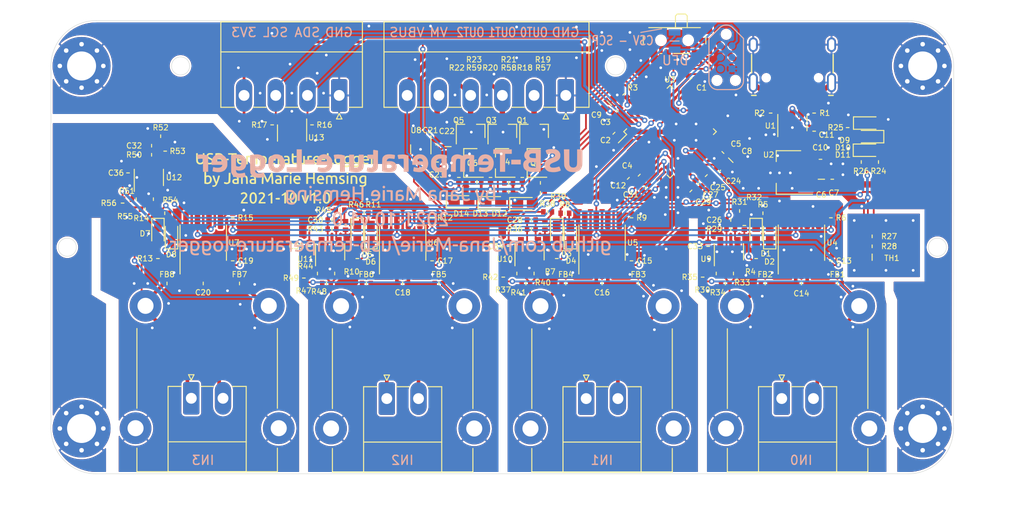
<source format=kicad_pcb>
(kicad_pcb (version 20211014) (generator pcbnew)
  (layers (0 "F.Cu" signal) (1 "In1.Cu" signal) (2 "In2.Cu" signal) (31 "B.Cu" signal) (34 "B.Paste" user) (35 "F.Paste" user) (36 "B.SilkS" user "B.Silkscreen") (37 "F.SilkS" user "F.Silkscreen") (38 "B.Mask" user) (39 "F.Mask" user) (44 "Edge.Cuts" user))
  (net 0 "")
  (net 1 "+3V3")
  (net 2 "GND")
  (net 3 "VBUS")
  (net 4 "Net-(C12-Pad2)")
  (net 5 "Net-(C14-Pad2)")
  (net 6 "Net-(C14-Pad1)")
  (net 7 "Net-(C16-Pad2)")
  (net 8 "Net-(C16-Pad1)")
  (net 9 "Net-(C18-Pad2)")
  (net 10 "Net-(C18-Pad1)")
  (net 11 "Net-(C20-Pad2)")
  (net 12 "Net-(C20-Pad1)")
  (net 13 "VM")
  (net 14 "Net-(D1-Pad2)")
  (net 15 "LED0")
  (net 16 "Net-(D2-Pad2)")
  (net 17 "Net-(D3-Pad2)")
  (net 18 "LED1")
  (net 19 "Net-(D4-Pad2)")
  (net 20 "Net-(D5-Pad2)")
  (net 21 "LED2")
  (net 22 "Net-(D6-Pad2)")
  (net 23 "Net-(D7-Pad2)")
  (net 24 "LED3")
  (net 25 "Net-(D8-Pad2)")
  (net 26 "Net-(FB1-Pad1)")
  (net 27 "Net-(FB2-Pad1)")
  (net 28 "Net-(FB3-Pad1)")
  (net 29 "Net-(FB4-Pad1)")
  (net 30 "Net-(FB5-Pad1)")
  (net 31 "Net-(FB6-Pad1)")
  (net 32 "Net-(FB7-Pad1)")
  (net 33 "Net-(FB8-Pad1)")
  (net 34 "Net-(J1-PadB5)")
  (net 36 "D+")
  (net 37 "D-")
  (net 38 "Net-(J1-PadA5)")
  (net 40 "Net-(J6-Pad4)")
  (net 41 "Net-(J6-Pad3)")
  (net 42 "Net-(J6-Pad2)")
  (net 43 "SDA")
  (net 44 "SCL")
  (net 45 "Net-(JP1-Pad1)")
  (net 47 "SWCLK")
  (net 49 "SWDIO")
  (net 50 "Net-(Q1-Pad1)")
  (net 51 "Net-(Q2-Pad1)")
  (net 52 "Net-(Q3-Pad1)")
  (net 53 "Net-(Q4-Pad1)")
  (net 54 "Net-(Q5-Pad1)")
  (net 55 "Net-(Q6-Pad1)")
  (net 56 "Net-(R6-Pad2)")
  (net 57 "SCK")
  (net 58 "Net-(R9-Pad2)")
  (net 59 "Net-(R12-Pad2)")
  (net 60 "Net-(R15-Pad2)")
  (net 61 "OUT2")
  (net 62 "OUT1")
  (net 63 "OUT0")
  (net 64 "SW_SCPI_CSV")
  (net 65 "OUT_nSLEEP")
  (net 75 "CIPO")
  (net 76 "CS0")
  (net 77 "CS1")
  (net 78 "CS2")
  (net 79 "CS3")
  (net 81 "NTC_BOARD")
  (net 82 "NTC0")
  (net 83 "Net-(C26-Pad2)")
  (net 84 "NTC1")
  (net 85 "Net-(C28-Pad2)")
  (net 86 "NTC2")
  (net 87 "Net-(C30-Pad2)")
  (net 88 "NTC3")
  (net 89 "Net-(C32-Pad2)")
  (net 90 "Net-(D9-Pad2)")
  (net 91 "STATUS_LED")
  (net 92 "Net-(D10-Pad2)")
  (net 93 "Net-(D11-Pad2)")
  (net 94 "Net-(D12-Pad2)")
  (net 95 "Net-(D13-Pad2)")
  (net 96 "Net-(D14-Pad2)")
  (footprint "otter:PCC-SMP" (layer "F.Cu") (at 135.575 94.995 180)
    (fp_text reference "J2" hide)
    (fp_text value "THERMOCOUPLE")
  )
  (footprint "otter:C_0402" (layer "F.Cu") (at 123.798097 56.416369 135)
    (fp_text reference "C1")
    (fp_text value "100n" hide)
  )
  (footprint "otter:C_0402" (layer "F.Cu") (at 115.312816 62.426777 -45)
    (fp_text reference "C2")
    (fp_text value "100n" hide)
  )
  (footprint "otter:C_0402" (layer "F.Cu") (at 115.666369 59.951903 -135)
    (fp_text reference "C3")
    (fp_text value "100n" hide)
  )
  (footprint "otter:C_0402" (layer "F.Cu") (at 118.1 67.05 -45)
    (fp_text reference "C4")
    (fp_text value "100n" hide)
  )
  (footprint "otter:C_0402" (layer "F.Cu") (at 127.333631 64.548097 45)
    (fp_text reference "C5")
    (fp_text value "100n" hide)
  )
  (footprint "otter:C_0603" (layer "F.Cu") (at 138.2 67.5 -90)
    (fp_text reference "C6")
    (fp_text value "1uF" hide)
  )
  (footprint "otter:C_0402" (layer "F.Cu") (at 139.4 67.5 -90)
    (fp_text reference "C7")
    (fp_text value "100n" hide)
  )
  (footprint "otter:C_0603" (layer "F.Cu") (at 128.2 65.4 45)
    (fp_text reference "C8")
    (fp_text value "1uF" hide)
  )
  (footprint "otter:C_0603" (layer "F.Cu") (at 114.8 59.1 -135)
    (fp_text reference "C9")
    (fp_text value "1uF" hide)
  )
  (footprint "otter:C_0402" (layer "F.Cu") (at 138.1 65.3 90)
    (fp_text reference "C10")
    (fp_text value "100n" hide)
  )
  (footprint "otter:C_0402" (layer "F.Cu") (at 137.4 62.2 90)
    (fp_text reference "C11")
    (fp_text value "100n" hide)
  )
  (footprint "otter:C_0402" (layer "F.Cu") (at 116.9 67.4 135)
    (fp_text reference "C12")
    (fp_text value "100n" hide)
  )
  (footprint "otter:C_0402" (layer "F.Cu") (at 139.25 76.5 -90)
    (fp_text reference "C13")
    (fp_text value "100n" hide)
  )
  (footprint "otter:C_0402" (layer "F.Cu") (at 136 79 180)
    (fp_text reference "C14")
    (fp_text value "10n" hide)
  )
  (footprint "otter:C_0402" (layer "F.Cu") (at 117.25 76.5 -90)
    (fp_text reference "C15")
    (fp_text value "100n" hide)
  )
  (footprint "otter:C_0402" (layer "F.Cu") (at 114 79 180)
    (fp_text reference "C16")
    (fp_text value "10n" hide)
  )
  (footprint "otter:C_0402" (layer "F.Cu") (at 95.25 76.5 -90)
    (fp_text reference "C17")
    (fp_text value "100n" hide)
  )
  (footprint "otter:C_0402" (layer "F.Cu") (at 92 79 180)
    (fp_text reference "C18")
    (fp_text value "10n" hide)
  )
  (footprint "otter:C_0402" (layer "F.Cu") (at 73.25 76.5 -90)
    (fp_text reference "C19")
    (fp_text value "100n" hide)
  )
  (footprint "otter:C_0402" (layer "F.Cu") (at 70 79 180)
    (fp_text reference "C20")
    (fp_text value "10n" hide)
  )
  (footprint "otter:C_0603" (layer "F.Cu") (at 97 63.9 90)
    (fp_text reference "C22")
    (fp_text value "DNP" hide)
  )
  (footprint "otter:C_0402" (layer "F.Cu") (at 95.8 65.6 -90)
    (fp_text reference "C23")
    (fp_text value "DNP" hide)
  )
  (footprint "otter:LED_0603_1608Metric" (layer "F.Cu") (at 131 73.5 -90)
    (fp_text reference "D1")
    (fp_text value "RED")
  )
  (footprint "otter:LED_0603_1608Metric" (layer "F.Cu") (at 132.5 73.5 90)
    (fp_text reference "D2")
    (fp_text value "GREEN")
  )
  (footprint "otter:LED_0603_1608Metric" (layer "F.Cu") (at 109 73.5 -90)
    (fp_text reference "D3")
    (fp_text value "RED")
  )
  (footprint "otter:LED_0603_1608Metric" (layer "F.Cu") (at 110.5 73.5 90)
    (fp_text reference "D4")
    (fp_text value "GREEN")
  )
  (footprint "otter:LED_0603_1608Metric" (layer "F.Cu") (at 87 73.5 -90)
    (fp_text reference "D5")
    (fp_text value "RED")
  )
  (footprint "otter:LED_0603_1608Metric" (layer "F.Cu") (at 88.499999 73.5 90)
    (fp_text reference "D6")
    (fp_text value "GREEN")
  )
  (footprint "otter:LED_0603_1608Metric" (layer "F.Cu") (at 65 73.5 -90)
    (fp_text reference "D7")
    (fp_text value "RED")
  )
  (footprint "otter:LED_0603_1608Metric" (layer "F.Cu") (at 66.5 73.5 90)
    (fp_text reference "D8")
    (fp_text value "GREEN")
  )
  (footprint "otter:L_0402" (layer "F.Cu") (at 139.975 79 180)
    (fp_text reference "FB1")
    (fp_text value "FERRET" hide)
  )
  (footprint "otter:L_0402" (layer "F.Cu") (at 132 79)
    (fp_text reference "FB2")
    (fp_text value "FERRET" hide)
  )
  (footprint "otter:L_0402" (layer "F.Cu") (at 118 79 180)
    (fp_text reference "FB3")
    (fp_text value "FERRET" hide)
  )
  (footprint "otter:L_0402" (layer "F.Cu") (at 110 79)
    (fp_text reference "FB4")
    (fp_text value "FERRET" hide)
  )
  (footprint "otter:L_0402" (layer "F.Cu") (at 96 79 180)
    (fp_text reference "FB5")
    (fp_text value "FERRET" hide)
  )
  (footprint "otter:L_0402" (layer "F.Cu") (at 88 79)
    (fp_text reference "FB6")
    (fp_text value "FERRET" hide)
  )
  (footprint "otter:L_0402" (layer "F.Cu") (at 74 79 180)
    (fp_text reference "FB7")
    (fp_text value "FERRET" hide)
  )
  (footprint "otter:L_0402" (layer "F.Cu") (at 66 79)
    (fp_text reference "FB8")
    (fp_text value "FERRET" hide)
  )
  (footprint "MountingHole:MountingHole_3.2mm_M3_Pad_Via" (layer "F.Cu") (at 56.575 55)
    (fp_text reference "H1" hide)
    (fp_text value "M3")
  )
  (footprint "MountingHole:MountingHole_3.2mm_M3_Pad_Via" (layer "F.Cu") (at 149.375 55)
    (fp_text reference "H2" hide)
    (fp_text value "M3")
  )
  (footprint "MountingHole:MountingHole_3.2mm_M3_Pad_Via" (layer "F.Cu") (at 56.575 95)
    (fp_text reference "H3" hide)
    (fp_text value "M3")
  )
  (footprint "MountingHole:MountingHole_3.2mm_M3_Pad_Via" (layer "F.Cu") (at 149.375 95)
    (fp_text reference "H4" hide)
    (fp_text value "M3")
  )
  (footprint "otter:USB-C 16Pin" (layer "F.Cu") (at 135 57.75 180)
    (fp_text reference "J1" hide)
    (fp_text value "USB")
  )
  (footprint "otter:PCC-SMP" (layer "F.Cu") (at 114 95 180)
    (fp_text reference "J3" hide)
    (fp_text value "THERMOCOUPLE")
  )
  (footprint "otter:PCC-SMP" (layer "F.Cu") (at 92 95 180)
    (fp_text reference "J4" hide)
    (fp_text value "THERMOCOUPLE")
  )
  (footprint "otter:PCC-SMP" (layer "F.Cu") (at 70.43 94.9675 180)
    (fp_text reference "J5" hide)
    (fp_text value "THERMOCOUPLE")
  )
  (footprint "Connector_Phoenix_MC:PhoenixContact_MC_1,5_6-G-3.5_1x06_P3.50mm_Horizontal" (layer "F.Cu") (at 110 58.25 180)
    (fp_text reference "J6" hide)
    (fp_text value "OUT")
  )
  (footprint "Connector_Phoenix_MC:PhoenixContact_MC_1,5_4-G-3.5_1x04_P3.50mm_Horizontal" (layer "F.Cu") (at 85 58.25 180)
    (fp_text reference "J7" hide)
    (fp_text value "I2C")
  )
  (footprint "Package_TO_SOT_SMD:SOT-23" (layer "F.Cu") (at 106.5 62.2 90)
    (fp_text reference "Q1")
    (fp_text value "2N7002")
  )
  (footprint "Package_TO_SOT_SMD:SOT-23" (layer "F.Cu") (at 106.5 65.7 180)
    (fp_text reference "Q2")
    (fp_text value "BC817")
  )
  (footprint "Package_TO_SOT_SMD:SOT-23" (layer "F.Cu") (at 103 62.2 90)
    (fp_text reference "Q3")
    (fp_text value "2N7002")
  )
  (footprint "Package_TO_SOT_SMD:SOT-23" (layer "F.Cu") (at 103 65.7 180)
    (fp_text reference "Q4")
    (fp_text value "BC817")
  )
  (footprint "Package_TO_SOT_SMD:SOT-23" (layer "F.Cu") (at 99.5 62.2 90)
    (fp_text reference "Q5")
    (fp_text value "2N7002")
  )
  (footprint "Package_TO_SOT_SMD:SOT-23" (layer "F.Cu") (at 99.5 65.7 180)
    (fp_text reference "Q6")
    (fp_text value "BC817")
  )
  (footprint "otter:R_0402" (layer "F.Cu") (at 137.4 60.2 90)
    (fp_text reference "R1")
    (fp_text value "5k1" hide)
  )
  (footprint "otter:R_0402" (layer "F.Cu") (at 132.6 60.2 -90)
    (fp_text reference "R2")
    (fp_text value "5k1" hide)
  )
  (footprint "otter:R_0402" (layer "F.Cu") (at 116.4 58.1 -45)
    (fp_text reference "R3")
    (fp_text value "5k1" hide)
  )
  (footprint "otter:R_0402" (layer "F.Cu") (at 131 76.25 90)
    (fp_text reference "R4")
    (fp_text value "220" hide)
  )
  (footprint "otter:R_0402" (layer "F.Cu") (at 131.75 71.25 180)
    (fp_text reference "R5")
    (fp_text value "220" hide)
  )
  (footprint "otter:R_0402" (layer "F.Cu") (at 139.25 71.75 90)
    (fp_text reference "R6")
    (fp_text value "10" hide)
  )
  (footprint "otter:R_0402" (layer "F.Cu") (at 109 76.25 90)
    (fp_text reference "R7")
    (fp_text value "220" hide)
  )
  (footprint "otter:R_0402" (layer "F.Cu") (at 109.9 71.25 180)
    (fp_text reference "R8")
    (fp_text value "220" hide)
  )
  (footprint "otter:R_0402" (layer "F.Cu") (at 117.25 71.75 90)
    (fp_text reference "R9")
    (fp_text value "10" hide)
  )
  (footprint "otter:R_0402" (layer "F.Cu") (at 87 76.25 90)
    (fp_text reference "R10")
    (fp_text value "220" hide)
  )
  (footprint "otter:R_0402" (layer "F.Cu") (at 87.75 71.25 180)
    (fp_text reference "R11")
    (fp_text value "220" hide)
  )
  (footprint "otter:R_0402" (layer "F.Cu") (at 95.25 71.75 90)
    (fp_text reference "R12")
    (fp_text value "10" hide)
  )
  (footprint "otter:R_0402" (layer "F.Cu") (at 65 76.25 90)
    (fp_text reference "R13")
    (fp_text value "220" hide)
  )
  (footprint "otter:R_0402" (layer "F.Cu") (at 65.75 71.25 180)
    (fp_text reference "R14")
    (fp_text value "220" hide)
  )
  (footprint "otter:R_0402" (layer "F.Cu") (at 73.25 71.75 90)
    (fp_text reference "R15")
    (fp_text value "10" hide)
  )
  (footprint "otter:R_0402" (layer "F.Cu") (at 82 61.5 90)
    (fp_text reference "R16")
    (fp_text value "5k1" hide)
  )
  (footprint "otter:R_0402" (layer "F.Cu") (at 77.6 61.5 -90)
    (fp_text reference "R17")
    (fp_text value "5k1" hide)
  )
  (footprint "otter:R_0402" (layer "F.Cu") (at 105.2 67.3 -90)
    (fp_text reference "R18")
    (fp_text value "220" hide)
  )
  (footprint "otter:R_0402" (layer "F.Cu") (at 107.2 67.9)
    (fp_text reference "R19")
    (fp_text value "220" hide)
  )
  (footprint "otter:R_0402" (layer "F.Cu") (at 101.7 67.3 -90)
    (fp_text reference "R20")
    (fp_text value "220" hide)
  )
  (footprint "otter:R_0402" (layer "F.Cu") (at 103.7 67.9)
    (fp_text reference "R21")
    (fp_text value "220" hide)
  )
  (footprint "otter:R_0402" (layer "F.Cu") (at 98.2 67.3 -90)
    (fp_text reference "R22")
    (fp_text value "220" hide)
  )
  (footprint "Button_Switch_SMD:SW_SPDT_PCM12" (layer "F.Cu") (at 122 52.5 180)
    (fp_text reference "SW1" hide)
    (fp_text value "SCPI_CSV")
  )
  (footprint "Package_TO_SOT_SMD:SOT-23-6" (layer "F.Cu") (at 135 61.25 90)
    (fp_text reference "U1")
    (fp_text value "USBLC6-4")
  )
  (footprint "Package_TO_SOT_SMD:SOT-89-3" (layer "F.Cu") (at 135 66.75 180)
    (fp_text reference "U2")
    (fp_text value "AP2204R-3.3")
  )
  (footprint "Package_QFP:LQFP-48_7x7mm_P0.5mm" (layer "F.Cu") (at 121.5 62.25 45)
    (fp_text reference "U3")
    (fp_text value "STM32F072C8Tx")
  )
  (footprint "Package_SO:SOIC-8_3.9x4.9mm_P1.27mm" (layer "F.Cu") (at 136 74.5 90)
    (fp_text reference "U4")
    (fp_text value "MAX31855KASA")
  )
  (footprint "Package_SO:SOIC-8_3.9x4.9mm_P1.27mm" (layer "F.Cu") (at 114 74.5 90)
    (fp_text reference "U5")
    (fp_text value "MAX31855KASA")
  )
  (footprint "Package_SO:SOIC-8_3.9x4.9mm_P1.27mm" (layer "F.Cu") (at 92 74.5 90)
    (fp_text reference "U6")
    (fp_text value "MAX31855KASA")
  )
  (footprint "Package_SO:SOIC-8_3.9x4.9mm_P1.27mm" (layer "F.Cu") (at 70 74.5 90)
    (fp_text reference "U7")
    (fp_text value "MAX31855KASA")
  )
  (footprint "otter:C_0402" (layer "F.Cu") (at 126.975 66.6 135)
    (fp_text reference "C24")
    (fp_text value "100n" hide)
  )
  (footprint "otter:C_0402" (layer "F.Cu") (at 125.5 67.1 135)
    (fp_text reference "C25")
    (fp_text value "DNP" hide)
  )
  (footprint "otter:C_0402" (layer "F.Cu") (at 128.2 72)
    (fp_text reference "C26")
    (fp_text value "10n" hide)
  )
  (footprint "otter:C_0402" (layer "F.Cu") (at 124.65 67.95 135)
    (fp_text reference "C27")
    (fp_text value "DNP" hide)
  )
  (footprint "otter:C_0402" (layer "F.Cu") (at 106.2 72)
    (fp_text reference "C28")
    (fp_text value "10n" hide)
  )
  (footprint "otter:C_0402" (layer "F.Cu") (at 123.8 68.8 135)
    (fp_text reference "C29")
    (fp_text value "DNP" hide)
  )
  (footprint "otter:C_0402" (layer "F.Cu") (at 84.2 72)
    (fp_text reference "C30")
    (fp_text value "10n" hide)
  )
  (footprint "otter:C_0402" (layer "F.Cu") (at 118.8 68.4 45)
    (fp_text reference "C31")
    (fp_text value "DNP" hide)
  )
  (footprint "otter:C_0402" (layer "F.Cu") (at 64.3 63.8)
    (fp_text reference "C32")
    (fp_text value "10n" hide)
  )
  (footprint "otter:LED_0603_1608Metric" (layer "F.Cu") (at 143.425 61.3)
    (fp_text reference "D9")
    (fp_text value "RED")
  )
  (footprint "otter:LED_0603_1608Metric" (layer "F.Cu") (at 143.4 62.8 180)
    (fp_text reference "D10")
    (fp_text value "GREEN")
  )
  (footprint "otter:LED_0603_1608Metric" (layer "F.Cu") (at 143.4 64.3)
    (fp_text reference "D11")
    (fp_text value "BLUE")
  )
  (footprint "otter:LED_0603_1608Metric" (layer "F.Cu") (at 105.5 70.2)
    (fp_text reference "D12")
    (fp_text value "GREEN")
  )
  (footprint "otter:LED_0603_1608Metric" (layer "F.Cu") (at 102 70.1)
    (fp_text reference "D13")
    (fp_text value "GREEN")
  )
  (footprint "otter:LED_0603_1608Metric" (layer "F.Cu") (at 98.5 70)
    (fp_text reference "D14")
    (fp_text value "GREEN")
  )
  (footprint "otter:PhoenixContact_MC_1,5_2-G-3.5_1x02_P3.50mm_Horizontal" (layer "F.Cu") (at 135.575 91.495)
    (fp_text reference "J8" hide)
    (fp_text value "DNP")
  )
  (footprint "otter:PhoenixContact_MC_1,5_2-G-3.5_1x02_P3.50mm_Horizontal" (layer "F.Cu") (at 114 91.5)
    (fp_text reference "J9" hide)
    (fp_text value "DNP")
  )
  (footprint "otter:PhoenixContact_MC_1,5_2-G-3.5_1x02_P3.50mm_Horizontal" (layer "F.Cu") (at 92 91.5)
    (fp_text reference "J10" hide)
    (fp_text value "DNP")
  )
  (footprint "otter:PhoenixContact_MC_1,5_2-G-3.5_1x02_P3.50mm_Horizontal" (layer "F.Cu") (at 70.43 91.4675)
    (fp_text reference "J11" hide)
    (fp_text value "DNP")
  )
  (footprint "otter:R_0402" (layer "F.Cu") (at 144.5 65.6)
    (fp_text reference "R24")
    (fp_text value "220" hide)
  )
  (footprint "otter:R_0402" (layer "F.Cu") (at 141.1 61.8 90)
    (fp_text reference "R25")
    (fp_text value "220" hide)
  )
  (footprint "otter:R_0402" (layer "F.Cu") (at 142.6 65.6)
    (fp_text reference "R26")
    (fp_text value "220" hide)
  )
  (footprint "otter:R_0402" (layer "F.Cu") (at 143.8 73.8)
    (fp_text reference "R27")
    (fp_text value "5k1" hide)
  )
  (footprint "otter:R_0402" (layer "F.Cu") (at 143.8 74.9 180)
    (fp_text reference "R28")
    (fp_text value "5k1" hide)
  )
  (footprint "otter:R_0402" (layer "F.Cu") (at 128.2 73)
    (fp_text reference "R29")
    (fp_text value "DNP" hide)
  )
  (footprint "otter:R_0402" (layer "F.Cu") (at 126.6 77.9)
    (fp_text reference "R30")
    (fp_text value "DNP" hide)
  )
  (footprint "otter:R_0402" (layer "F.Cu") (at 129.175 71)
    (fp_text reference "R31")
    (fp_text value "DNP" hide)
  )
  (footprint "otter:R_0402" (layer "F.Cu") (at 129.7 72.6 -90)
    (fp_text reference "R32")
    (fp_text value "DNP" hide)
  )
  (footprint "otter:R_0402" (layer "F.Cu") (at 128.5 77.9 180)
    (fp_text reference "R33")
    (fp_text value "DNP" hide)
  )
  (footprint "otter:R_0402" (layer "F.Cu") (at 127.6 79)
    (fp_text reference "R34")
    (fp_text value "DNP" hide)
  )
  (footprint "otter:R_0402" (layer "F.Cu") (at 125.1 78.3 -90)
    (fp_text reference "R35")
    (fp_text value "DNP" hide)
  )
  (footprint "otter:R_0402" (layer "F.Cu") (at 106.2 73)
    (fp_text reference "R36")
    (fp_text value "DNP" hide)
  )
  (footprint "otter:R_0402" (layer "F.Cu") (at 104.6 77.9)
    (fp_text reference "R37")
    (fp_text value "DNP" hide)
  )
  (footprint "otter:R_0402" (layer "F.Cu") (at 108 71.1)
    (fp_text reference "R38")
    (fp_text value "DNP" hide)
  )
  (footprint "otter:R_0402" (layer "F.Cu") (at 107.7 72.6 -90)
    (fp_text reference "R39")
    (fp_text value "DNP" hide)
  )
  (footprint "otter:R_0402" (layer "F.Cu") (at 106.5 77.9 180)
    (fp_text reference "R40")
    (fp_text value "DNP" hide)
  )
  (footprint "otter:R_0402" (layer "F.Cu") (at 105.6 79)
    (fp_text reference "R41")
    (fp_text value "DNP" hide)
  )
  (footprint "otter:R_0402" (layer "F.Cu") (at 103.1 78.3 -90)
    (fp_text reference "R42")
    (fp_text value "DNP" hide)
  )
  (footprint "otter:R_0402" (layer "F.Cu") (at 84.2 73)
    (fp_text reference "R43")
    (fp_text value "DNP" hide)
  )
  (footprint "otter:R_0402" (layer "F.Cu") (at 82.6 77.9)
    (fp_text reference "R44")
    (fp_text value "DNP" hide)
  )
  (footprint "otter:R_0402" (layer "F.Cu") (at 85.1 70.9)
    (fp_text reference "R45")
    (fp_text value "DNP" hide)
  )
  (footprint "otter:R_0402" (layer "F.Cu") (at 85.7 72.6 -90)
    (fp_text reference "R46")
    (fp_text value "DNP" hide)
  )
  (footprint "otter:R_0402" (layer "F.Cu") (at 84.5 77.9 180)
    (fp_text reference "R47")
    (fp_text value "DNP" hide)
  )
  (footprint "otter:R_0402" (layer "F.Cu") (at 83.6 79)
    (fp_text reference "R48")
    (fp_text value "DNP" hide)
  )
  (footprint "otter:R_0402" (layer "F.Cu") (at 81.1 78.4 -90)
    (fp_text reference "R49")
    (fp_text value "DNP" hide)
  )
  (footprint "otter:R_0402" (layer "F.Cu") (at 64.3 64.8)
    (fp_text reference "R50")
    (fp_text value "DNP" hide)
  )
  (footprint "otter:R_0402" (layer "F.Cu") (at 62.6 69.7)
    (fp_text reference "R51")
    (fp_text value "DNP" hide)
  )
  (footprint "otter:R_0402" (layer "F.Cu") (at 65.3 62.75)
    (fp_text reference "R52")
    (fp_text value "DNP" hide)
  )
  (footprint "otter:R_0402" (layer "F.Cu") (at 65.8 64.4 -90)
    (fp_text reference "R53")
    (fp_text value "DNP" hide)
  )
  (footprint "otter:R_0402" (layer "F.Cu") (at 64.5 69.7 180)
    (fp_text reference "R54")
    (fp_text value "DNP" hide)
  )
  (footprint "otter:R_0402" (layer "F.Cu") (at 63.6 70.8)
    (fp_text reference "R55")
    (fp_text value "DNP" hide)
  )
  (footprint "otter:R_0402" (layer "F.Cu") (at 61.1 70.13 -90)
    (fp_text reference "R56")
    (fp_text value "DNP" hide)
  )
  (footprint "otter:R_0402" (layer "F.Cu") (at 107.2 69)
    (fp_text reference "R57")
    (fp_text value "220" hide)
  )
  (footprint "otter:R_0402" (layer "F.Cu") (at 103.7 68.9)
    (fp_text reference "R58")
    (fp_text value "220" hide)
  )
  (footprint "otter:R_0402" (layer "F.Cu") (at 100.2 68.8)
    (fp_text reference "R59")
    (fp_text value "220" hide)
  )
  (footprint "otter:R_0603" (layer "F.Cu") (at 143.8 76.1 180)
    (fp_text reference "TH1")
    (fp_text value "NTC" hide)
  )
  (footprint "Package_TO_SOT_SMD:SOT-23-5" (layer "F.Cu") (at 128 75.5 90)
    (fp_text reference "U9")
    (fp_text value "TLV9001")
  )
  (footprint "Package_TO_SOT_SMD:SOT-23-5" (layer "F.Cu") (at 106 75.5 90)
    (fp_text reference "U10")
    (fp_text value "TLV9001")
  )
  (footprint "Package_TO_SOT_SMD:SOT-23-5" (layer "F.Cu") (at 84 75.5 90)
    (fp_text reference "U11")
    (fp_text value "TLV9001")
  )
  (footprint "Package_TO_SOT_SMD:SOT-23-6" (layer "F.Cu") (at 79.8 62.4 -90)
    (fp_text reference "U13")
    (fp_text value "USBLC6-4")
  )
  (footprint "otter:R_0402" (layer "F.Cu") (at 100.2 67.8)
    (fp_text reference "R23")
    (fp_text value "220" hide)
  )
  (footprint "otter:C_0402" (layer "F.Cu") (at 95.8 63.7 90)
    (fp_text reference "C21")
    (fp_text value "DNP" hide)
  )
  (footprint "Package_SON:WSON-8-1EP_2x2mm_P0.5mm_EP0.9x1.6mm" (layer "F.Cu") (at 94 64.2 -90)
    (fp_text reference "U8")
    (fp_text value "DRV8837")
  )
  (footprint "otter:usb-temperature-logger-front-text" (layer "F.Cu") (at 79.125 67.4)
    (fp_text reference "G***" hide)
    (fp_text value "LOGO" hide)
  )
  (footprint "otter:C_0402" (layer "F.Cu") (at 125.7 74.9 90)
    (fp_text reference "C33")
    (fp_text value "DNP" hide)
  )
  (footprint "otter:C_0402" (layer "F.Cu") (at 103.7 74.9 90)
    (fp_text reference "C34")
    (fp_text value "DNP" hide)
  )
  (footprint "otter:C_0402" (layer "F.Cu") (at 81.7 74.9 90)
    (fp_text reference "C35")
    (fp_text value "DNP" hide)
  )
  (footprint "otter:C_0402" (layer "F.Cu") (at 61.7 66.8 90)
    (fp_text reference "C36")
    (fp_text value "DNP" hide)
  )
  (footprint "Package_TO_SOT_SMD:SOT-23-5" (layer "F.Cu") (at 64 67.3 90)
    (fp_text reference "U12")
    (fp_text value "TLV9001")
  )
  (footprint "otter:R_0805" (layer "B.Cu") (at 122 52.25 -90)
    (fp_text reference "JP1" hide)
    (fp_text value "DFU" hide)
  )
  (footprint "otter:TC2030" (layer "B.Cu") (at 127.7 54.05 -90)
    (fp_text reference "P1" hide)
    (fp_text value "TC2030" hide)
  )
  (footprint "otter:usb-temperature-logger-back-text" (layer "B.Cu") (at 90.625 70.025 180)
    (fp_text reference "G***" hide)
    (fp_text value "LOGO" hide)
  )
  (gr_line (start 120.575 50.9) (end 118.275 51.3) (layer "B.SilkS") (width 0.12))
  (gr_line (start 147.8 50) (end 58.2 50) (layer "Edge.Cuts") (width 0.05))
  (gr_arc (start 53.2 55) (mid 54.664466 51.464466) (end 58.2 50) (layer "Edge.Cuts") (width 0.05))
  (gr_arc (start 152.775 95) (mid 151.310534 98.535534) (end 147.775 100) (layer "Edge.Cuts") (width 0.05))
  (gr_circle (center 115.5 55) (end 116.5 55) (layer "Edge.Cuts") (width 0.05) (fill none))
  (gr_arc (start 147.8 50) (mid 151.335534 51.464466) (end 152.8 55) (layer "Edge.Cuts") (width 0.05))
  (gr_circle (center 67.5 55) (end 68.5 55) (layer "Edge.Cuts") (width 0.05) (fill none))
  (gr_line (start 152.775 95) (end 152.8 55) (layer "Edge.Cuts") (width 0.05))
  (gr_line (start 58.2 100) (end 147.775 100) (layer "Edge.Cuts") (width 0.05))
  (gr_line (start 53.2 55) (end 53.2 95) (layer "Edge.Cuts") (width 0.05))
  (gr_arc (start 58.2 100) (mid 54.664466 98.535534) (end 53.2 95) (layer "Edge.Cuts") (width 0.05))
  (gr_circle (center 55 75) (end 56 75) (layer "Edge.Cuts") (width 0.05) (fill none))
  (gr_circle (center 151 75) (end 152 75) (layer "Edge.Cuts") (width 0.05) (fill none))
  (gr_text "CSV - SCPI" (at 116.075 52.2) (layer "B.SilkS") (effects (font (size 1 0.8)) (justify mirror)))
  (gr_text "IN0" (at 135.975 98.5) (layer "B.SilkS") (effects (font (size 1 1)) (justify mirror)))
  (gr_text "IN3" (at 69.975 98.5) (layer "B.SilkS") (effects (font (size 1 1)) (justify mirror)))
  (gr_text "SDA" (at 81.475 51.3) (layer "B.SilkS") (effects (font (size 1 1)) (justify mirror)))
  (gr_text "IN2" (at 91.975 98.5) (layer "B.SilkS") (effects (font (size 1 1)) (justify mirror)))
  (gr_text "OUT1" (at 102.975 51.3) (layer "B.SilkS") (effects (font (size 1 0.8)) (justify mirror)))
  (gr_text "VM" (at 95.975 51.3) (layer "B.SilkS") (effects (font (size 1 1)) (justify mirror)))
  (gr_text "GND\n" (at 84.975 51.3) (layer "B.SilkS") (effects (font (size 1 1)) (justify mirror)))
  (gr_text "IN1\n" (at 113.975 98.5) (layer "B.SilkS") (effects (font (size 1 1)) (justify mirror)))
  (gr_text "OUT2\n" (at 99.475 51.3) (layer "B.SilkS") (effects (font (size 1 0.8)) (justify mirror)))
  (gr_text "GND\n" (at 109.975 51.3) (layer "B.SilkS") (effects (font (size 1 1)) (justify mirror)))
  (gr_text "SCL" (at 77.975 51.3) (layer "B.SilkS") (effects (font (size 1 1)) (justify mirror)))
  (gr_text "DFU" (at 122.075 54.4) (layer "B.SilkS") (effects (font (size 1 1)) (justify mirror)))
  (gr_text "VBUS" (at 92.475 51.3) (layer "B.SilkS") (effects (font (size 1 1)) (justify mirror)))
  (gr_text "3V3" (at 74.475 51.3) (layer "B.SilkS") (effects (font (size 1 1)) (justify mirror)))
  (gr_text "OUT0" (at 106.475 51.3) (layer "B.SilkS") (effects (font (size 1 0.8)) (justify mirror)))
  (segment (start 125.75 74.43) (end 124.745 74.43) (width 0.2) (layer "F.Cu") (net 1))
  (segment (start 73.2 76.97) (end 74.005 76.97) (width 0.2) (layer "F.Cu") (net 1))
  (segment (start 115.645156 62.759117) (end 115.699395 62.704878) (width 0.3) (layer "F.Cu") (net 1))
  (segment (start 127.875 62.275) (end 126.184348 62.275) (width 0.5) (layer "F.Cu") (net 1))
  (segment (start 115.174864 60.270124) (end 114.874865 59.970125) (width 0.3) (layer "F.Cu") (net 1))
  (segment (start 123.465757 56.084029) (end 123.465757 56.395155) (width 0.3) (layer "F.Cu") (net 1))
  (segment (start 123.465757 56.395155) (end 122.498788 57.362124) (width 0.3) (layer "F.Cu") (net 1))
  (segment (start 105.575998 71.1) (end 103.7 72.975998) (width 0.2) (layer "F.Cu") (net 1))
  (segment (start 109 76.72) (end 109.060002 76.72) (width 0.2) (layer "F.Cu") (net 1))
  (segment (start 133.98 64) (end 130.1 64) (width 0.5) (layer "F.Cu") (net 1))
  (segment (start 131 76.72) (end 130.845 76.72) (width 0.2) (layer "F.Cu") (net 1))
  (segment (start 79.855 62.52) (end 78.2 62.52) (width 0.3) (layer "F.Cu") (net 1))
  (segment (start 120.2 65.317766) (end 120.2 62.45) (width 0.3) (layer "F.Cu") (net 1))
  (segment (start 83.666596 70.85) (end 81.7 72.816596) (width 0.2) (layer "F.Cu") (net 1))
  (segment (start 94.225 52.35) (end 94.235021 52.360021) (width 0.3) (layer "F.Cu") (net 1))
  (segment (start 103.7 74.43) (end 103.645 74.43) (width 0.2) (layer "F.Cu") (net 1))
  (segment (start 125.7 73.98) (end 125.7 74.43) (width 0.2) (layer "F.Cu") (net 1))
  (segment (start 128.319884 64.86967) (end 127.665971 64.215757) (width 0.3) (layer "F.Cu") (net 1))
  (segment (start 124.25 53.93) (end 123.305 53.93) (width 0.2) (layer "F.Cu") (net 1))
  (segment (start 79.855 62.52) (end 79.8 62.575) (width 0.3) (layer "F.Cu") (net 1))
  (segment (start 95.67 66.07) (end 95.8 66.07) (width 0.2) (layer "F.Cu") (net 1))
  (segment (start 128.73033 64.86967) (end 128.319884 64.86967) (width 0.3) (layer "F.Cu") (net 1))
  (segment (start 116.475 62.275) (end 115.699395 61.499395) (width 0.5) (layer "F.Cu") (net 1))
  (segment (start 120.025 62.275) (end 121.22 62.275) (width 0.3) (layer "F.Cu") (net 1))
  (segment (start 123.305 53.93) (end 123.275 53.9) (width 0.2) (layer "F.Cu") (net 1))
  (segment (start 142.13 66.2) (end 142.13 65.6) (width 0.3) (layer "F.Cu") (net 1))
  (segment (start 65.155 76.72) (end 65.775 76.1) (width 0.2) (layer "F.Cu") (net 1))
  (segment (start 111.650736 52.360021) (end 112.075 52.360021) (width 0.3) (layer "F.Cu") (net 1))
  (segment (start 128.73033 64.86967) (end 129.6 64) (width 0.5) (layer "F.Cu") (net 1))
  (segment (start 61.6225 66.33) (end 61.1 66.8525) (width 0.2) (layer "F.Cu") (net 1))
  (segment (start 61.7 64.875998) (end 61.7 65.88) (width 0.2) (layer "F.Cu") (net 1))
  (segment (start 79.8 62.575) (end 79.8 63.5) (width 0.3) (layer "F.Cu") (net 1))
  (segment (start 82 61.97) (end 81.95 61.97) (width 0.3) (layer "F.Cu") (net 1))
  (segment (start 125.760554 62.275) (end 121.75 62.275) (width 0.5) (layer "F.Cu") (net 1))
  (segment (start 143.33 73.8) (end 143.33 69.519285) (width 0.2) (layer "F.Cu") (net 1))
  (segment (start 94.235021 52.360021) (end 111.650736 52.360021) (width 0.3) (layer "F.Cu") (net 1))
  (segment (start 127.665971 64.215757) (end 127.354845 64.215757) (width 0.3) (layer "F.Cu") (net 1))
  (segment (start 144.03 66.2) (end 143.93 66.3) (width 0.3) (layer "F.Cu") (net 1))
  (segment (start 125.1 74.875) (end 125.1 77.38) (width 0.2) (layer "F.Cu") (net 1))
  (segment (start 71.91 76.97) (end 71.905 76.975) (width 0.4) (layer "F.Cu") (net 1))
  (segment (start 128.555 70.8) (end 127.794542 70.8) (width 0.2) (layer "F.Cu") (net 1))
  (segment (start 81.7 74.38) (end 80.695 74.38) (width 0.2) (layer "F.Cu") (net 1))
  (segment (start 62.92 66.33) (end 63.05 66.2) (width 0.2) (layer "F.Cu") (net 1))
  (segment (start 124.25 53.93) (end 124.905 53.93) (width 0.2) (layer "F.Cu") (net 1))
  (segment (start 61.7 66.33) (end 62.92 66.33) (width 0.2) (layer "F.Cu") (net 1))
  (segment (start 125.763267 62.277713) (end 125.760554 62.275) (width 0.5) (layer "F.Cu") (net 1))
  (segment (start 143.33 69.519285) (end 143.325001 69.514286) (width 0.2) (layer "F.Cu") (net 1))
  (segment (start 128.705 71) (end 128.705 70.95) (width 0.2) (layer "F.Cu") (net 1))
  (segment (start 87.010002 76.72) (end 87.780002 75.95) (width 0.2) (layer "F.Cu") (net 1))
  (segment (start 141.58 65.6) (end 140.81 64.83) (width 0.3) (layer "F.Cu") (net 1))
  (segment (start 140.055 76.97) (end 140.075 76.95) (width 0.2) (layer "F.Cu") (net 1))
  (segment (start 73.25 76.97) (end 71.91 76.97) (width 0.4) (layer "F.Cu") (net 1))
  (segment (start 84.58 70.85) (end 83.666596 70.85) (width 0.2) (layer "F.Cu") (net 1))
  (segment (start 93.91 76.97) (end 93.905 76.975) (width 0.4) (layer "F.Cu") (net 1))
  (segment (start 87 76.72) (end 87.010002 76.72) (width 0.2) (layer "F.Cu") (net 1))
  (segment (start 81.7 74.43) (end 81.645 74.43) (width 0.2) (layer "F.Cu") (net 1))
  (segment (start 74.5 60.35) (end 76.12 61.97) (width 0.3) (layer "F.Cu") (net 1))
  (segment (start 127.02 74.43) (end 127.05 74.4) (width 0.2) (layer "F.Cu") (net 1))
  (segment (start 126.184348 62.275) (end 126.181635 62.277713) (width 0.5) (layer "F.Cu") (net 1))
  (segment (start 127.794542 70.8) (end 125.7 72.894542) (width 0.2) (layer "F.Cu") (net 1))
  (segment (start 142.13 65.6) (end 141.58 65.6) (width 0.3) (layer "F.Cu") (net 1))
  (segment (start 94.225 52.35) (end 94.225 53.15) (width 0.2) (layer "F.Cu") (net 1))
  (segment (start 130.845 76.72) (end 130.175 76.05) (width 0.2) (layer "F.Cu") (net 1))
  (segment (start 94.75 65.15) (end 95.67 66.07) (width 0.2) (layer "F.Cu") (net 1))
  (segment (start 103.73 74.4) (end 103.7 74.43) (width 0.2) (layer "F.Cu") (net 1))
  (segment (start 115.645156 62.759117) (end 116.122453 62.759117) (width 0.3) (layer "F.Cu") (net 1))
  (segment (start 129.6 64) (end 130.1 64) (width 0.5) (layer "F.Cu") (net 1))
  (segment (start 115.699395 61.499395) (end 115.699395 60.794655) (width 0.3) (layer "F.Cu") (net 1))
  (segment (start 81.73 74.4) (end 81.7 74.43) (width 0.2) (layer "F.Cu") (net 1))
  (segment (start 126.075 55.6) (end 125.775 55.9) (width 0.2) (layer "F.Cu") (net 1))
  (segment (start 61.1 69.21) (end 61.1 69.66) (width 0.2) (layer "F.Cu") (net 1))
  (segment (start 123.775 55.9) (end 123.590971 56.084029) (width 0.2) (layer "F.Cu") (net 1))
  (segment (start 103.7 73.98) (end 103.7 74.43) (width 0.2) (layer "F.Cu") (net 1))
  (segment (start 143.275 66.3) (end 143.875 66.3) (width 0.2) (layer "F.Cu") (net 1))
  (segment (start 95.2 76.97) (end 96.005 76.97) (width 0.2) (layer "F.Cu") (net 1))
  (segment (start 118.43234 67.085426) (end 119.440551 66.077215) (width 0.3) (layer "F.Cu") (net 1))
  (segment (start 78.2 62.52) (end 77.65 61.97) (width 0.3) (layer "F.Cu") (net 1))
  (segment (start 135.23 65.25) (end 133.98 64) (width 0.5) (layer "F.Cu") (net 1))
  (segment (start 74.5 56.15) (end 74.5 58.25) (width 0.3) (layer "F.Cu") (net 1))
  (segment (start 125.7 74.43) (end 127.02 74.43) (width 0.2) (layer "F.Cu") (net 1))
  (segment (start 115.334029 61.134029) (end 115.334029 60.284243) (width 0.3) (layer "F.Cu") (net 1))
  (segment (start 76.12 61.97) (end 77 61.97) (width 0.3) (layer "F.Cu") (net 1))
  (segment (start 65 76.72) (end 65.155 76.72) (width 0.2) (layer "F.Cu") (net 1))
  (segment (start 136.9 64.83) (end 138.1 64.83) (width 0.5) (layer "F.Cu") (net 1))
  (segment (start 117.25 76.97) (end 118.055 76.97) (width 0.2) (layer "F.Cu") (net 1))
  (segment (start 143.275 67.1) (end 143.275 66.3) (width 0.3) (layer "F.Cu") (net 1))
  (segment (start 94.225 52.35) (end 78.3 52.35) (width 0.3) (layer "F.Cu") (net 1))
  (segment (start 137.91 76.97) (end 137.905 76.975) (width 0.4) (layer "F.Cu") (net 1))
  (segment (start 136.48 65.25) (end 136.9 64.83) (width 0.5) (layer "F.Cu") (net 1))
  (segment (start 115.645155 60.284243) (end 116.612124 61.251212) (width 0.3) (layer "F.Cu") (net 1))
  (segment (start 109.060002 76.72) (end 109.780002 76) (width 0.2) (layer "F.Cu") (net 1))
  (segment (start 84.63 70.9) (end 84.58 70.85) (width 0.2) (layer "F.Cu") (net 1))
  (segment (start 126.181635 62.277713) (end 125.763267 62.277713) (width 0.5) (layer "F.Cu") (net 1))
  (segment (start 121.22 62.275) (end 121.75 62.275) (width 0.3) (layer "F.Cu") (net 1))
  (segment (start 95.25 76.97) (end 93.91 76.97) (width 0.4) (layer "F.Cu") (net 1))
  (segment (start 119.440551 66.077215) (end 120.2 65.317766) (width 0.3) (layer "F.Cu") (net 1))
  (segment (start 123.590971 56.084029) (end 123.465757 56.084029) (width 0.2) (layer "F.Cu") (net 1))
  (segment (start 139.25 76.97) (end 137.91 76.97) (width 0.4) (layer "F.Cu") (net 1))
  (segment (start 115.699395 61.499395) (end 115.334029 61.134029) (width 0.3) (layer "F.Cu") (net 1))
  (segment (start 125.1 77.38) (end 125.1 77.83) (width 0.2) (layer "F.Cu") (net 1))
  (segment (start 64.83 62.75) (end 63.825998 62.75) (width 0.2) (layer "F.Cu") (net 1))
  (segment (start 61.1 66.8525) (end 61.1 68.825) (width 0.2) (layer "F.Cu") (net 1))
  (segment (start 116.122453 62.759117) (end 116.612124 63.248788) (width 0.3) (layer "F.Cu") (net 1))
  (segment (start 77.65 61.97) (end 77.6 61.97) (width 0.3) (layer "F.Cu") (net 1))
  (segment (start 96.545 66.07) (end 96.575 66.1) (width 0.2) (layer "F.Cu") (net 1))
  (segment (start 127.354845 64.215757) (end 126.387876 63.248788) (width 0.3) (layer "F.Cu") (net 1))
  (segment (start 129.6 64) (end 127.875 62.275) (width 0.5) (layer "F.Cu") (net 1))
  (segment (start 61.1 68.825) (end 61.1 69.21) (width 0.2) (layer "F.Cu") (net 1))
  (segment (start 124.905 53.93) (end 126.075 55.1) (width 0.2) (layer "F.Cu") (net 1))
  (segment (start 61.7 65.88) (end 61.7 66.33) (width 0.2) (layer "F.Cu") (net 1))
  (segment (start 74.5 58.25) (end 74.5 60.35) (width 0.3) (layer "F.Cu") (net 1))
  (segment (start 81.7 73.98) (end 81.7 74.43) (width 0.2) (layer "F.Cu") (net 1))
  (segment (start 115.334029 60.284243) (end 115.645155 60.284243) (width 0.3) (layer "F.Cu") (net 1))
  (segment (start 117.25 76.97) (end 115.91 76.97) (width 0.4) (layer "F.Cu") (net 1))
  (segment (start 105.05 74.4) (end 103.73 74.4) (width 0.2) (layer "F.Cu") (net 1))
  (segment (start 121.75 58.110912) (end 122.498788 57.362124) (width 0.3) (layer "F.Cu") (net 1))
  (segment (start 121.22 58.640912) (end 121.75 58.110912) (width 0.3) (layer "F.Cu") (net 1))
  (segment (start 121.75 62.275) (end 116.475 62.275) (width 0.5) (layer "F.Cu") (net 1))
  (segment (start 95.8 66.07) (end 96.545 66.07) (width 0.2) (layer "F.Cu") (net 1))
  (segment (start 126.075 55.1) (end 126.075 55.6) (width 0.2) (layer "F.Cu") (net 1))
  (segment (start 140.81 64.83) (end 138.7 64.83) (width 0.3) (layer "F.Cu") (net 1))
  (segment (start 115.699395 60.794655) (end 115.174864 60.270124) (width 0.3) (layer "F.Cu") (net 1))
  (segment (start 115.91 76.97) (end 115.905 76.975) (width 0.4) (layer "F.Cu") (net 1))
  (segment (start 77 61.97) (end 77.6 61.97) (width 0.3) (layer "F.Cu") (net 1))
  (segment (start 78.3 52.35) (end 74.5 56.15) (width 0.3) (layer "F.Cu") (net 1))
  (segment (start 103.7 74.43) (end 102.695 74.43) (width 0.2) (layer "F.Cu") (net 1))
  (segment (start 103.1 74.975) (end 103.1 77.38) (width 0.2) (layer "F.Cu") (net 1))
  (segment (start 120.2 62.45) (end 120.025 62.275) (width 0.3) (layer "F.Cu") (net 1))
  (segment (start 128.705 70.95) (end 128.555 70.8) (width 0.2) (layer "F.Cu") (net 1))
  (segment (start 125.7 72.894542) (end 125.7 73.98) (width 0.2) (layer "F.Cu") (net 1))
  (segment (start 125.775 55.9) (end 123.775 55.9) (width 0.2) (layer "F.Cu") (net 1))
  (segment (start 63.825998 62.75) (end 61.7 64.875998) (width 0.2) (layer "F.Cu") (net 1))
  (segment (start 103.1 77.38) (end 103.1 77.83) (width 0.2) (layer "F.Cu") (net 1))
  (segment (start 107.53 71.1) (end 105.575998 71.1) (width 0.2) (layer "F.Cu") (net 1))
  (segment (start 102.695 74.43) (end 102.675 74.45) (width 0.2) (layer "F.Cu") (net 1))
  (segment (start 83.05 74.4) (end 81.73 74.4) (width 0.2) (layer "F.Cu") (net 1))
  (segment (start 103.7 72.975998) (end 103.7 73.98) (width 0.2) (layer "F.Cu") (net 1))
  (segment (start 139.25 76.97) (end 140.055 76.97) (width 0.2) (layer "F.Cu") (net 1))
  (segment (start 81.95 61.97) (end 81.4 62.52) (width 0.3) (layer "F.Cu") (net 1))
  (segment (start 143.875 66.3) (end 142.23 66.3) (width 0.3) (layer "F.Cu") (net 1))
  (segment (start 81.4 62.52) (end 79.855 62.52) (width 0.3) (layer "F.Cu") (net 1))
  (segment (start 81.645 74.43) (end 81.1 74.975) (width 0.2) (layer "F.Cu") (net 1))
  (segment (start 65.775 75.724264) (end 65.775 75.3) (width 0.2) (layer "F.Cu") (net 1))
  (segment (start 81.1 74.975) (end 81.1 77.93) (width 0.2) (layer "F.Cu") (net 1))
  (segment (start 118.43234 67.38234) (end 118.43234 67.085426) (width 0.3) (layer "F.Cu") (net 1))
  (segment (start 144.03 65.6) (end 144.03 66.2) (width 0.3) (layer "F.Cu") (net 1))
  (segment (start 114.26967 59.63033) (end 114.680116 59.63033) (width 0.3) (layer "F.Cu") (net 1))
  (segment (start 136.48 65.25) (end 135.23 65.25) (width 0.5) (layer "F.Cu") (net 1))
  (segment (start 114.680116 59.63033) (end 115.334029 60.284243) (width 0.3) (layer "F.Cu") (net 1))
  (segment (start 121.22 62.275) (end 121.22 58.640912) (width 0.3) (layer "F.Cu") (net 1))
  (segment (start 125.7 74.43) (end 125.545 74.43) (width 0.2) (layer "F.Cu") (net 1))
  (segment (start 81.7 72.816596) (end 81.7 73.98) (width 0.2) (layer "F.Cu") (net 1))
  (segment (start 103.645 74.43) (end 103.1 74.975) (width 0.2) (layer "F.Cu") (net 1))
  (segment (start 65.775 76.1) (end 65.775 75.724264) (width 0.2) (layer "F.Cu") (net 1))
  (segment (start 61.7 66.33) (end 61.6225 66.33) (width 0.2) (layer "F.Cu") (net 1))
  (segment (start 138.7 64.83) (end 138.1 64.83) (width 0.3) (layer "F.Cu") (net 1))
  (segment (start 115.699395 62.704878) (end 115.699395 61.499395) (width 0.3) (layer "F.Cu") (net 1))
  (segment (start 143.93 66.3) (end 143.875 66.3) (width 0.3) (layer "F.Cu") (net 1))
  (segment (start 125.545 74.43) (end 125.1 74.875) (width 0.2) (layer "F.Cu") (net 1))
  (segment (start 142.23 66.3) (end 142.13 66.2) (width 0.3) (layer "F.Cu") (net 1))
  (via (at 124.725 74.45) (size 0.6) (drill 0.3) (layers "F.Cu" "B.Cu") (net 1))
  (via (at 74.025 76.95) (size 0.6) (drill 0.3) (layers "F.Cu" "B.Cu") (net 1))
  (via (at 118.075 76.95) (size 0.6) (drill 0.3) (layers "F.Cu" "B.Cu") (net 1))
  (via (at 109.780002 76) (size 0.6) (drill 0.3) (layers "F.Cu" "B.Cu") (net 1))
  (via (at 143.275 67.1) (size 0.6) (drill 0.3) (layers "F.Cu" "B.Cu") (net 1))
  (via (at 140.075 76.95) (size 0.6) (drill 0.3) (layers "F.Cu" "B.Cu") (net 1))
  (via (at 87.780002 75.95) (size 0.6) (drill 0.3) (layers "F.Cu" "B.Cu") (net 1))
  (via (at 96.575 66.1) (size 0.6) (drill 0.3) (layers "F.Cu" "B.Cu") (net 1))
  (via (at 65.775 75.3) (size 0.6) (drill 0.3) (layers "F.Cu" "B.Cu") (net 1))
  (via (at 143.325001 69.514286) (size 0.6) (drill 0.3) (layers "F.Cu" "B.Cu") (net 1))
  (via (at 114.874865 59.970125) (size 0.6) (drill 0.3) (layers "F.Cu" "B.Cu") (net 1))
  (via (at 112.075 52.360021) (size 0.6) (drill 0.3) (layers "F.Cu" "B.Cu") (net 1))
  (via (at 80.675 74.4) (size 0.6) (drill 0.3) (layers "F.Cu" "B.Cu") (net 1))
  (via (at 123.275 53.9) (size 0.6) (drill 0.3) (layers "F.Cu" "B.Cu") (net 1))
  (via (at 96.025 76.95) (size 0.6) (drill 0.3) (layers "F.Cu" "B.Cu") (net 1))
  (via (at 102.675 74.45) (size 0.6) (drill 0.3) (layers "F.Cu" "B.Cu") (net 1))
  (via (at 94.225 53.15) (size 0.6) (drill 0.3) (layers "F.Cu" "B.Cu") (net 1))
  (via (at 130.175 76.05) (size 0.6) (drill 0.3) (layers "F.Cu" "B.Cu") (net 1))
  (via (at 61.1 68.825) (size 0.6) (drill 0.3) (layers "F.Cu" "B.Cu") (net 1))
  (segment (start 122.275 53.2) (end 122 53.2) (width 0.2) (layer "B.Cu") (net 1))
  (segment (start 109.825 74.45) (end 102.675 74.45) (width 0.2) (layer "B.Cu") (net 1))
  (segment (start 138.4 75.175) (end 138.4 75.275) (width 0.3) (layer "B.Cu") (net 1))
  (segment (start 74.025 74.4) (end 66.675 74.4) (width 0.2) (layer "B.Cu") (net 1))
  (segment (start 102.675 74.45) (end 95.925 74.45) (width 0.2) (layer "B.Cu") (net 1))
  (segment (start 143.325001 69.514286) (end 142.979287 69.86) (width 0.3) (layer "B.Cu") (net 1))
  (segment (start 128.575 74.45) (end 130.225 74.45) (width 0.2) (layer "B.Cu") (net 1))
  (segment (start 87.780002 74.494998) (end 87.780002 75.95) (width 0.2) (layer "B.Cu") (net 1))
  (segment (start 96.025 74.55) (end 96.025 76.95) (width 0.2) (layer "B.Cu") (net 1))
  (segment (start 137.575 74.45) (end 66.725 74.45) (width 0.3) (layer "B.Cu") (net 1))
  (segment (start 95.925 74.45) (end 87.825 74.45) (width 0.2) (layer "B.Cu") (net 1))
  (segment (start 66.725 74.45) (end 66.675 74.4) (width 0.3) (layer "B.Cu") (net 1))
  (segment (start 143.275 67.1) (end 143.275 69.464285) (width 0.3) (layer "B.Cu") (net 1))
  (segment (start 94.225 61.8) (end 94.225 53.15) (width 0.2) (layer "B.Cu") (net 1))
  (segment (start 128.575 74.45) (end 124.725 74.45) (width 0.2) (layer "B.Cu") (net 1))
  (segment (start 128.335 52.78) (end 128.875 52.24) (width 0.2) (layer "B.Cu") (net 1))
  (segment (start 74.025 74.4) (end 74.025 76.95) (width 0.2) (layer "B.Cu") (net 1))
  (segment (start 124.725 74.45) (end 118.025 74.45) (width 0.2) (layer "B.Cu") (net 1))
  (segment (start 128.875 51.1) (end 128.275 50.5) (width 0.2) (layer "B.Cu") (net 1))
  (segment (start 95.925 74.45) (end 96.025 74.55) (width 0.2) (layer "B.Cu") (net 1))
  (segment (start 143.275 69.464285) (end 143.325001 69.514286) (width 0.3) (layer "B.Cu") (net 1))
  (segment (start 118.025 74.45) (end 109.825 74.45) (width 0.2) (layer "B.Cu") (net 1))
  (segment (start 87.825 74.45) (end 87.780002 74.494998) (width 0.2) (layer "B.Cu") (net 1))
  (segment (start 138.4 75.275) (end 137.575 74.45) (width 0.3) (layer "B.Cu") (net 1))
  (segment (start 109.780002 74.494998) (end 109.780002 76) (width 0.2) (layer "B.Cu") (net 1))
  (segment (start 87.825 74.45) (end 80.725 74.45) (width 0.2) (layer "B.Cu") (net 1))
  (segment (start 80.725 74.45) (end 80.675 74.4) (width 0.2) (layer "B.Cu") (net 1))
  (segment (start 141.515 69.86) (end 140.075 71.3) (width 0.3) (layer "B.Cu") (net 1))
  (segment (start 66.675 74.4) (end 61.1 68.825) (width 0.3) (layer "B.Cu") (net 1))
  (segment (start 96.575 64.15) (end 94.225 61.8) (width 0.2) (layer "B.Cu") (net 1))
  (segment (start 123.275 53.9) (end 123.275 53.2) (width 0.2) (layer "B.Cu") (net 1))
  (segment (start 80.675 74.4) (end 74.025 74.4) (width 0.2) (layer "B.Cu") (net 1))
  (segment (start 124.175 53.2) (end 122.275 53.2) (width 0.2) (layer "B.Cu") (net 1))
  (segment (start 112.075 57.17026) (end 112.075 52.360021) (width 0.3) (layer "B.Cu") (net 1))
  (segment (start 128.875 52.24) (end 128.875 51.1) (width 0.2) (layer "B.Cu") (net 1))
  (segment (start 109.825 74.45) (end 109.780002 74.494998) (width 0.2) (layer "B.Cu") (net 1))
  (segment (start 140.075 76.95) (end 138.4 75.275) (width 0.3) (layer "B.Cu") (net 1))
  (segment (start 118.025 74.45) (end 118.075 74.5) (width 0.2) (layer "B.Cu") (net 1))
  (segment (start 118.075 74.5) (end 118.075 76.95) (width 0.2) (layer "B.Cu") (net 1))
  (segment (start 128.275 50.5) (end 126.875 50.5) (width 0.2) (layer "B.Cu") (net 1))
  (segment (start 130.175 74.5) (end 130.175 76.05) (width 0.2) (layer "B.Cu") (net 1))
  (segment (start 142.979287 69.86) (end 141.515 69.86) (width 0.3) (layer "B.Cu") (net 1))
  (segment (start 140.075 71.3) (end 140.075 73.5) (width 0.3) (layer "B.Cu") (net 1))
  (segment (start 66.675 74.4) (end 65.775 75.3) (width 0.3) (layer "B.Cu") (net 1))
  (segment (start 140.075 73.5) (end 138.4 75.175) (width 0.3) (layer "B.Cu") (net 1))
  (segment (start 123.275 53.2) (end 122 53.2) (width 0.2) (layer "B.Cu") (net 1))
  (segment (start 130.225 74.45) (end 137.575 74.45) (width 0.2) (layer "B.Cu") (net 1))
  (segment (start 96.575 66.1) (end 96.575 64.15) (width 0.2) (layer "B.Cu") (net 1))
  (segment (start 114.874865 59.970125) (end 112.075 57.17026) (width 0.3) (layer "B.Cu") (net 1))
  (segment (start 126.875 50.5) (end 124.175 53.2) (width 0.2) (layer "B.Cu") (net 1))
  (segment (start 130.225 74.45) (end 130.175 74.5) (width 0.2) (layer "B.Cu") (net 1))
  (segment (start 127.66967 65.93033) (end 127.195606 65.93033) (width 0.3) (layer "F.Cu") (net 2))
  (segment (start 119.659946 63.884946) (end 119.175 63.4) (width 0.3) (layer "F.Cu") (net 2))
  (segment (start 94.005 64.17) (end 93.975 64.2) (width 0.6) (layer "F.Cu") (net 2))
  (segment (start 123.819311 56.748709) (end 124.130437 56.748709) (width 0.3) (layer "F.Cu") (net 2))
  (segment (start 127.195606 65.93033) (end 126.465276 65.2) (width 0.3) (layer "F.Cu") (net 2))
  (segment (start 126.034322 63.602342) (end 127.001291 64.569311) (width 0.3) (layer "F.Cu") (net 2))
  (segment (start 142.775 74.9) (end 142.775 73.340489) (width 0.2) (layer "F.Cu") (net 2))
  (segment (start 119.086998 65.723662) (end 119.659946 65.150714) (width 0.3) (layer "F.Cu") (net 2))
  (segment (start 138.1 66.65) (end 138.2 66.75) (width 0.5) (layer "F.Cu") (net 2))
  (segment (start 104.6875 70.1125) (end 104.375 69.8) (width 0.2) (layer "F.Cu") (net 2))
  (segment (start 143.33 74.9) (end 142.775 74.9) (width 0.2) (layer "F.Cu") (net 2))
  (segment (start 118.093 66.71766) (end 117.76766 66.71766) (width 0.3) (layer "F.Cu") (net 2))
  (segment (start 97.175 70) (end 96.475 69.3) (width 0.2) (layer "F.Cu") (net 2))
  (segment (start 137.4 60.67) (end 137.075002 60.67) (width 0.3) (layer "F.Cu") (net 2))
  (segment (start 104.6875 70.2) (end 104.6875 70.1125) (width 0.2) (layer "F.Cu") (net 2))
  (segment (start 116.965678 60.897658) (end 115.998709 59.930689) (width 0.3) (layer "F.Cu") (net 2))
  (segment (start 125.18127 68.48127) (end 125.45627 68.48127) (width 0.2) (layer "F.Cu") (net 2))
  (segment (start 142.895 73.220489) (end 142.895 70.73) (width 0.2) (layer "F.Cu") (net 2))
  (segment (start 126.275 69.3) (end 126.275 69.6) (width 0.2) (layer "F.Cu") (net 2))
  (segment (start 137.075002 60.67) (end 136.755002 60.35) (width 0.3) (layer "F.Cu") (net 2))
  (segment (start 126.275 69.6) (end 125.775 70.1) (width 0.2) (layer "F.Cu") (net 2))
  (segment (start 142.895 70.73) (end 142.655 70.49) (width 0.2) (layer "F.Cu") (net 2))
  (segment (start 131.595 57.75) (end 130.68 56.835) (width 0.5) (layer "F.Cu") (net 2))
  (segment (start 115.998709 59.930689) (end 115.998709 59.619563) (width 0.3) (layer "F.Cu") (net 2))
  (segment (start 95.8 64.17) (end 94.005 64.17) (width 0.6) (layer "F.Cu") (net 2))
  (segment (start 135 61.8) (end 135 62.35) (width 0.3) (layer "F.Cu") (net 2))
  (segment (start 115.33033 58.951184) (end 115.998709 59.619563) (width 0.3) (layer "F.Cu") (net 2))
  (segment (start 93.25 63.25) (end 93.25 63.7) (width 0.2) (layer "F.Cu") (net 2))
  (segment (start 95.875 64.65) (end 97 64.65) (width 0.6) (layer "F.Cu") (net 2))
  (segment (start 119.659946 65.150714) (end 119.659946 63.884946) (width 0.3) (layer "F.Cu") (net 2))
  (segment (start 93.25 63.7) (end 93.75 64.2) (width 0.2) (layer "F.Cu") (net 2))
  (segment (start 101.1875 70.0125) (end 100.875 69.7) (width 0.2) (layer "F.Cu") (net 2))
  (segment (start 136.3335 66.75) (end 138.2 66.75) (width 0.5) (layer "F.Cu") (net 2))
  (segment (start 95.8 64.725) (end 95.875 64.65) (width 0.6) (layer "F.Cu") (net 2))
  (segment (start 127.001291 64.569311) (end 127.001291 64.880437) (width 0.3) (layer "F.Cu") (net 2))
  (segment (start 125.775 70.1) (end 125.775 70.9) (width 0.2) (layer "F.Cu") (net 2))
  (segment (start 138.405 57.75) (end 139.32 56.835) (width 0.5) (layer "F.Cu") (net 2))
  (segment (start 126.465276 65.2) (end 126.375 65.2) (width 0.3) (layer "F.Cu") (net 2))
  (segment (start 97.6875 70) (end 97.175 70) (width 0.2) (layer "F.Cu") (net 2))
  (segment (start 124.98234 68.28234) (end 125.18127 68.48127) (width 0.2) (layer "F.Cu") (net 2))
  (segment (start 131.8 57.75) (end 131.595 57.75) (width 0.5) (layer "F.Cu") (net 2))
  (segment (start 95.8 65.13) (end 95.8 64.725) (width 0.6) (layer "F.Cu") (net 2))
  (segment (start 127.66967 65.548816) (end 127.001291 64.880437) (width 0.3) (layer "F.Cu") (net 2))
  (segment (start 142.775 73.340489) (end 142.895 73.220489) (width 0.2) (layer "F.Cu") (net 2))
  (segment (start 117.76766 67.19702) (end 117.23234 67.73234) (width 0.3) (layer "F.Cu") (net 2))
  (segment (start 101.1875 70.1) (end 101.1875 70.0125) (width 0.2) (layer "F.Cu") (net 2))
  (segment (start 127.66967 65.93033) (end 127.66967 65.548816) (width 0.3) (layer "F.Cu") (net 2))
  (segment (start 93.75 64.2) (end 94 64.2) (width 0.2) (layer "F.Cu") (net 2))
  (segment (start 119.086998 65.723662) (end 118.093 66.71766) (width 0.3) (layer "F.Cu") (net 2))
  (segment (start 95.8 64.725) (end 95.8 64.17) (width 0.6) (layer "F.Cu") (net 2))
  (segment (start 138.1 65.77) (end 138.1 66.65) (width 0.5) (layer "F.Cu") (net 2))
  (segment (start 138.2 66.75) (end 139.12 66.75) (width 0.5) (layer "F.Cu") (net 2))
  (segment (start 122.852342 57.715678) (end 123.819311 56.748709) (width 0.3) (layer "F.Cu") (net 2))
  (segment (start 115.33033 58.56967) (end 115.33033 58.951184) (width 0.3) (layer "F.Cu") (net 2))
  (segment (start 117.76766 66.71766) (end 117.76766 67.19702) (width 0.3) (layer "F.Cu") (net 2))
  (segment (start 138.2 57.75) (end 138.405 57.75) (width 0.5) (layer "F.Cu") (net 2))
  (segment (start 139.12 66.75) (end 139.4 67.03) (width 0.5) (layer "F.Cu") (net 2))
  (segment (start 125.45627 68.48127) (end 126.275 69.3) (width 0.2) (layer "F.Cu") (net 2))
  (via (at 79.575 54.8) (size 0.6) (drill 0.3) (layers "F.Cu" "B.Cu") (net 2))
  (via (at 121.075 69.5) (size 0.6) (drill 0.3) (layers "F.Cu" "B.Cu") (net 2))
  (via (at 100.875 69.7) (size 0.6) (drill 0.3) (layers "F.Cu" "B.Cu") (net 2))
  (via (at 97.175 67.1) (size 0.6) (drill 0.3) (layers "F.Cu" "B.Cu") (net 2))
  (via (at 119.775 69.5) (size 0.6) (drill 0.3) (layers "F.Cu" "B.Cu") (net 2))
  (via (at 74.075 81.3) (size 0.6) (drill 0.3) (layers "F.Cu" "B.Cu") (net 2))
  (via (at 114.275 61) (size 0.6) (drill 0.3) (layers "F.Cu" "B.Cu") (net 2))
  (via (at 73.875 55.2) (size 0.6) (drill 0.3) (layers "F.Cu" "B.Cu") (net 2))
  (via (at 128.375 66.7) (size 0.6) (drill 0.3) (layers "F.Cu" "B.Cu") (net 2))
  (via (at 139.275 65.8) (size 0.6) (drill 0.3) (layers "F.Cu" "B.Cu") (net 2))
  (via (at 129.475 75.5) (size 0.6) (drill 0.3) (layers "F.Cu" "B.Cu") (net 2))
  (via (at 122.375 65.2) (size 0.6) (drill 0.3) (layers "F.Cu" "B.Cu") (net 2))
  (via (at 111.175 54.1) (size 0.6) (drill 0.3) (layers "F.Cu" "B.Cu") (net 2))
  (via (at 62.375 79) (size 0.6) (drill 0.3) (layers "F.Cu" "B.Cu") (net 2))
  (via (at 131.775 70.4) (size 0.6) (drill 0.3) (layers "F.Cu" "B.Cu") (net 2))
  (via (at 105.975 77.3) (size 0.6) (drill 0.3) (layers "F.Cu" "B.Cu") (net 2))
  (via (at 120.475 55.2) (size 0.6) (drill 0.3) (layers "F.Cu" "B.Cu") (net 2))
  (via (at 124.375 63.2) (size 0.6) (drill 0.3) (layers "F.Cu" "B.Cu") (net 2))
  (via (at 66.875 63.4) (size 0.6) (drill 0.3) (layers "F.Cu" "B.Cu") (net 2))
  (via (at 61.875 68.2) (size 0.6) (drill 0.3) (layers "F.Cu" "B.Cu") (net 2))
  (via (at 142.175 67) (size 0.6) (drill 0.3) (layers "F.Cu" "B.Cu") (net 2))
  (via (at 126.375 67.9) (size 0.6) (drill 0.3) (layers "F.Cu" "B.Cu") (net 2))
  (via (at 138.175 73.8) (size 0.6) (drill 0.3) (layers "F.Cu" "B.Cu") (net 2))
  (via (at 60.975 65.5) (size 0.6) (drill 0.3) (layers "F.Cu" "B.Cu") (net 2))
  (via (at 117.075 53.2) (size 0.6) (drill 0.3) (layers "F.Cu" "B.Cu") (net 2))
  (via (at 141.675 79.3) (size 0.6) (drill 0.3) (layers "F.Cu" "B.Cu") (net 2))
  (via (at 145.325 77.55) (size 0.6) (drill 0.3) (layers "F.Cu" "B.Cu") (net 2))
  (via (at 141.175 64.1) (size 0.6) (drill 0.3) (layers "F.Cu" "B.Cu") (net 2))
  (via (at 88.075 69.7) (size 0.6) (drill 0.3) (layers "F.Cu" "B.Cu") (net 2))
  (via (at 118.875 56.2) (size 0.6) (drill 0.3) (layers "F.Cu" "B.Cu") (net 2))
  (via (at 62.775 64.8) (size 0.6) (drill 0.3) (layers "F.Cu" "B.Cu") (net 2))
  (via (at 118.275 71.3) (size 0.6) (drill 0.3) (layers "F.Cu" "B.Cu") (net 2))
  (via (at 137.275 70.5) (size 0.6) (drill 0.3) (layers "F.Cu" "B.Cu") (net 2))
  (via (at 62.675 67.3) (size 0.6) (drill 0.3) (layers "F.Cu" "B.Cu") (net 2))
  (via (at 132.575 66.8) (size 0.6) (drill 0.3) (layers "F.Cu" "B.Cu") (net 2))
  (via (at 121.075 56.5) (size 0.6) (drill 0.3) (layers "F.Cu" "B.Cu") (net 2))
  (via (at 122.375 68.4) (size 0.6) (drill 0.3) (layers "F.Cu" "B.Cu") (net 2))
  (via (at 122.375 71.2) (size 0.6) (drill 0.3) (layers "F.Cu" "B.Cu") (net 2))
  (via (at 73.975 61.1) (size 0.6) (drill 0.3) (layers "F.Cu" "B.Cu") (net 2))
  (via (at 76.275 58) (size 0.6) (drill 0.3) (layers "F.Cu" "B.Cu") (net 2))
  (via (at 141.675 83.8) (size 0.6) (drill 0.3) (layers "F.Cu" "B.Cu") (net 2))
  (via (at 132.775 77.8) (size 0.6) (drill 0.3) (layers "F.Cu" "B.Cu") (net 2))
  (via (at 140.575 65.8) (size 0.6) (drill 0.3) (layers "F.Cu" "B.Cu") (net 2))
  (via (at 139.875 75.1) (size 0.6) (drill 0.3) (layers "F.Cu" "B.Cu") (net 2))
  (via (at 129.575 68.5) (size 0.6) (drill 0.3) (layers "F.Cu" "B.Cu") (net 2))
  (via (at 72.675 79.8) (size 0.6) (drill 0.3) (layers "F.Cu" "B.Cu") (net 2))
  (via (at 90.075 75.3) (size 0.6) (drill 0.3) (layers "F.Cu" "B.Cu") (net 2))
  (via (at 125.775 76.3) (size 0.6) (drill 0.3) (layers "F.Cu" "B.Cu") (net 2))
  (via (at 140.175 63) (size 0.6) (drill 0.3) (layers "F.Cu" "B.Cu") (net 2))
  (via (at 104.375 69.8) (size 0.6) (drill 0.3) (layers "F.Cu" "B.Cu") (net 2))
  (via (at 115.675 69.8) (size 0.6) (drill 0.3) (layers "F.Cu" "B.Cu") (net 2))
  (via (at 113.975 51.3) (size 0.6) (drill 0.3) (layers "F.Cu" "B.Cu") (net 2))
  (via (at 103.075 62.3) (size 0.6) (drill 0.3) (layers "F.Cu" "B.Cu") (net 2))
  (via (at 97.375 65.7) (size 0.6) (drill 0.3) (layers "F.Cu" "B.Cu") (net 2))
  (via (at 126.675 75.5) (size 0.6) (drill 0.3) (layers "F.Cu" "B.Cu") (net 2))
  (via (at 83.975 77.4) (size 0.6) (drill 0.3) (layers "F.Cu" "B.Cu") (net 2))
  (via (at 76.475 61.1) (size 0.6) (drill 0.3) (layers "F.Cu" "B.Cu") (net 2))
  (via (at 136.755002 60.35) (size 0.6) (drill 0.3) (layers "F.Cu" "B.Cu") (net 2))
  (via (at 122.375 54.3) (size 0.6) (drill 0.3) (layers "F.Cu" "B.Cu") (net 2))
  (via (at 134.075 75.3) (size 0.6) (drill 0.3) (layers "F.Cu" "B.Cu") (net 2))
  (via (at 88.275 50.6) (size 0.6) (drill 0.3) (layers "F.Cu" "B.Cu") (net 2))
  (via (at 122.175 61.4) (size 0.6) (drill 0.3) (layers "F.Cu" "B.Cu") (net 2))
  (via (at 63.875 79) (size 0.6) (drill 0.3) (layers "F.Cu" "B.Cu") (net 2))
  (via (at 78.875 75.2) (size 0.6) (drill 0.3) (layers "F.Cu" "B.Cu") (net 2))
  (via (at 133 62.55) (size 0.6) (drill 0.3) (layers "F.Cu" "B.Cu") (net 2))
  (via (at 97.575 79) (size 0.6) (drill 0.3) (layers "F.Cu" "B.Cu") (net 2))
  (via (at 119.675 79.2) (size 0.6) (drill 0.3) (layers "F.Cu" "B.Cu") (net 2))
  (via (at 118.675 75.9) (size 0.6) (drill 0.3) (layers "F.Cu" "B.Cu") (net 2))
  (via (at 121.075 75.2) (size 0.6) (drill 0.3) (layers "F.Cu" "B.Cu") (net 2))
  (via (at 130.275 63) (size 0.6) (drill 0.3) (layers "F.Cu" "B.Cu") (net 2))
  (via (at 63.975 73.5) (size 0.6) (drill 0.3) (layers "F.Cu" "B.Cu") (net 2))
  (via (at 128.775 58.2) (size 0.6) (drill 0.3) (layers "F.Cu" "B.Cu") (net 2))
  (via (at 85.975 78.2) (size 0.6) (drill 0.3) (layers "F.Cu" "B.Cu") (net 2))
  (via (at 130.475 71.4) (size 0.6) (drill 0.3) (layers "F.Cu" "B.Cu") (net 2))
  (via (at 81.875 76.4) (size 0.6) (drill 0.3) (layers "F.Cu" "B.Cu") (net 2))
  (via (at 96.475 69.3) (size 0.6) (drill 0.3) (layers "F.Cu" "B.Cu") (net 2))
  (via (at 130.375 83.8) (size 0.6) (drill 0.3) (layers "F.Cu" "B.Cu") (net 2))
  (via (at 101.275 58.2) (size 0.6) (drill 0.3) (layers "F.Cu" "B.Cu") (net 2))
  (via (at 83.275 58) (size 0.6) (drill 0.3) (layers "F.Cu" "B.Cu") (net 2))
  (via (at 113.975 53.3) (size 0.6) (drill 0.3) (layers "F.Cu" "B.Cu") (net 2))
  (via (at 61.575 71.7) (size 0.6) (drill 0.3) (layers "F.Cu" "B.Cu") (net 2))
  (via (at 77.575 51.4) (size 0.6) (drill 0.3) (layers "F.Cu" "B.Cu") (net 2))
  (via (at 131.975 75.7) (size 0.6) (drill 0.3) (layers "F.Cu" "B.Cu") (net 2))
  (via (at 118.275 54.4) (size 0.6) (drill 0.3) (layers "F.Cu" "B.Cu") (net 2))
  (via (at 122.375 69.5) (size 0.6) (drill 0.3) (layers "F.Cu" "B.Cu") (net 2))
  (via (at 96.875 75.2) (size 0.6) (drill 0.3) (layers "F.Cu" "B.Cu") (net 2))
  (via (at 141.175 60.4) (size 0.6) (drill 0.3) (layers "F.Cu" "B.Cu") (net 2))
  (via (at 95.275 75.2) (size 0.6) (drill 0.3) (layers "F.Cu" "B.Cu") (net 2))
  (via (at 128.375 75.5) (size 0.6) (drill 0.3) (layers "F.Cu" "B.Cu") (net 2))
  (via (at 73.175 75.2) (size 0.6) (drill 0.3) (layers "F.Cu" "B.Cu") (net 2))
  (via (at 82.475 70.9) (size 0.6) (drill 0.3) (layers "F.Cu" "B.Cu") (net 2))
  (via (at 103.875 76.6) (size 0.6) (drill 0.3) (layers "F.Cu" "B.Cu") (net 2))
  (via (at 119.175 63.4) (size 0.6) (drill 0.3) (layers "F.Cu" "B.Cu") (net 2))
  (via (at 115.275 64.3) (size 0.6) (drill 0.3) (layers "F.Cu" "B.Cu") (net 2))
  (via (at 66.075 68.7) (size 0.6) (drill 0.3) (layers "F.Cu" "B.Cu") (net 2))
  (via (at 148.325 77.55) (size 0.6) (drill 0.3) (layers "F.Cu" "B.Cu") (net 2))
  (via (at 131.675 80.4) (size 0.6) (drill 0.3) (layers "F.Cu" "B.Cu") (net 2))
  (via (at 142.655 70.49) (size 0.6) (drill 0.3) (layers "F.Cu" "B.Cu") (net 2))
  (via (at 121.975 63.2) (size 0.6) (drill 0.3) (layers "F.Cu" "B.Cu") (net 2))
  (via (at 97.775 58.2) (size 0.6) (drill 0.3) (layers "F.Cu" "B.Cu") (net 2))
  (via (at 107.575 62) (size 0.6) (drill 0.3) (layers "F.Cu" "B.Cu") (net 2))
  (via (at 107.975 78) (size 0.6) (drill 0.3) (layers "F.Cu" "B.Cu") (net 2))
  (via (at 117.075 78) (size 0.6) (drill 0.3) (layers "F.Cu" "B.Cu") (net 2))
  (via (at 126.375 65.2) (size 0.6) (drill 0.3) (layers "F.Cu" "B.Cu") (net 2))
  (via (at 141.825 72.05) (size 0.6) (drill 0.3) (layers "F.Cu" "B.Cu") (net 2))
  (via (at 135 61.8) (size 0.6) (drill 0.3) (layers "F.Cu" "B.Cu") (net 2))
  (via (at 68.075 75.3) (size 0.6) (drill 0.3) (layers "F.Cu" "B.Cu") (net 2))
  (via (at 104.575 54.1) (size 0.6) (drill 0.3) (layers "F.Cu" "B.Cu") (net 2))
  (via (at 105.075 80.2) (size 0.6) (drill 0.3) (layers "F.Cu" "B.Cu") (net 2))
  (via (at 120.975 71.4) (size 0.6) (drill 0.3) (layers "F.Cu" "B.Cu") (net 2))
  (via (at 113.375 66.1) (size 0.6) (drill 0.3) (layers "F.Cu" "B.Cu") (net 2))
  (via (at 129.975 77) (size 0.6) (drill 0.3) (layers "F.Cu" "B.Cu") (net 2))
  (via (at 67.375 79.8) (size 0.6) (drill 0.3) (layers "F.Cu" "B.Cu") (net 2))
  (via (at 140.575 67) (size 0.6) (drill 0.3) (layers "F.Cu" "B.Cu") (net 2))
  (via (at 93.975 64.2) (size 0.6) (drill 0.3) (layers "F.Cu" "B.Cu") (net 2))
  (via (at 130.075 65) (size 0.6) (drill 0.3) (layers "F.Cu" "B.Cu") (net 2))
  (via (at 137.075 75.3) (size 0.6) (drill 0.3) (layers "F.Cu" "B.Cu") (net 2))
  (via (at 95.075 50.6) (size 0.6) (drill 0.3) (layers "F.Cu" "B.Cu") (net 2))
  (via (at 75.675 83.9) (size 0.6) (drill 0.3) (layers "F.Cu" "B.Cu") (net 2))
  (via (at 104.575 50.7) (size 0.6) (drill 0.3) (layers "F.Cu" "B.Cu") (net 2))
  (via (at 79.775 58) (size 0.6) (drill 0.3) (layers "F.Cu" "B.Cu") (net 2))
  (via (at 108.175 84) (size 0.6) (drill 0.3) (layers "F.Cu" "B.Cu") (net 2))
  (via (at 83.575 53.8) (size 0.6) (drill 0.3) (layers "F.Cu" "B.Cu") (net 2))
  (via (at 99.575 62.3) (size 0.6) (drill 0.3) (layers "F.Cu" "B.Cu") (net 2))
  (via (at 133.575 66.8) (size 0.6) (drill 0.3) (layers "F.Cu" "B.Cu") (net 2))
  (via (at 63.875 61.9) (size 0.6) (drill 0.3) (layers "F.Cu" "B.Cu") (net 2))
  (via (at 125.335 56.72) (size 0.6) (drill 0.3) (layers "F.Cu" "B.Cu") (net 2))
  (via (at 125.675 79.8) (size 0.6) (drill 0.3) (layers "F.Cu" "B.Cu") (net 2))
  (via (at 82.375 63.2) (size 0.6) (drill 0.3) (layers "F.Cu" "B.Cu") (net 2))
  (via (at 115.675 58.2) (size 0.6) (drill 0.3) (layers "F.Cu" "B.Cu") (net 2))
  (via (at 116.775 75.8) (size 0.6) (drill 0.3) (layers "F.Cu" "B.Cu") (net 2))
  (via (at 118.575 80.4) (size 0.6) (drill 0.3) (layers "F.Cu" "B.Cu") (net 2))
  (via (at 126.975 72.5) (size 0.6) (drill 0.3) (layers "F.Cu" "B.Cu") (net 2))
  (via (at 74.475 70.9) (size 0.6) (drill 0.3) (layers "F.Cu" "B.Cu") (net 2))
  (via (at 138.975 78) (size 0.6) (drill 0.3) (layers "F.Cu" "B.Cu") (net 2))
  (via (at 119.775 84.1) (size 0.6) (drill 0.3) (layers "F.Cu" "B.Cu") (net 2))
  (via (at 134.775 66.8) (size 0.6) (drill 0.3) (layers "F.Cu" "B.Cu") (net 2))
  (via (at 88.675 75.9) (size 0.6) (drill 0.3) (layers "F.Cu" "B.Cu") (net 2))
  (via (at 96.875 61.2) (size 0.6) (drill 0.3) (layers "F.Cu" "B.Cu") (net 2))
  (via (at 107.975 75.3) (size 0.6) (drill 0.3) (layers "F.Cu" "B.Cu") (net 2))
  (via (at 102.875 64.7) (size 0.6) (drill 0.3) (layers "F.Cu" "B.Cu") (net 2))
  (via (at 140.375 80.5) (size 0.6) (drill 0.3) (layers "F.Cu" "B.Cu") (net 2))
  (via (at 66.575 75.9) (size 0.6) (drill 0.3) (layers "F.Cu" "B.Cu") (net 2))
  (via (at 100.975 75.3) (size 0.6) (drill 0.3) (layers "F.Cu" "B.Cu") (net 2))
  (via (at 84.375 75.4) (size 0.6) (drill 0.3) (layers "F.Cu" "B.Cu") (net 2))
  (via (at 86.175 83.8) (size 0.6) (drill 0.3) (layers "F.Cu" "B.Cu") (net 2))
  (via (at 115.075 67.9) (size 0.6) (drill 0.3) (layers "F.Cu" "B.Cu") (net 2))
  (via (at 112.475 75.8) (size 0.6) (drill 0.3) (layers "F.Cu" "B.Cu") (net 2))
  (via (at 127.875 60.5) (size 0.6) (drill 0.3) (layers "F.Cu" "B.Cu") (net 2))
  (via (at 138.975 64) (size 0.6) (drill 0.3) (layers "F.Cu" "B.Cu") (net 2))
  (via (at 87.575 80.5) (size 0.6) (drill 0.3) (layers "F.Cu" "B.Cu") (net 2))
  (via (at 63.975 69.1) (size 0.6) (drill 0.3) (layers "F.Cu" "B.Cu") (net 2))
  (via (at 66.275 66.8) (size 0.6) (drill 0.3) (layers "F.Cu" "B.Cu") (net 2))
  (via (at 99.075 67.1) (size 0.6) (drill 0.3) (layers "F.Cu" "B.Cu") (net 2))
  (via (at 111.175 50.7) (size 0.6) (drill 0.3) (layers "F.Cu" "B.Cu") (net 2))
  (via (at 124.375 61.4) (size 0.6) (drill 0.3) (layers "F.Cu" "B.Cu") (net 2))
  (via (at 117.075 51.3) (size 0.6) (drill 0.3) (layers "F.Cu" "B.Cu") (net 2))
  (via (at 74.775 75.2) (size 0.6) (drill 0.3) (layers "F.Cu" "B.Cu") (net 2))
  (via (at 134.975 68.5) (size 0.6) (drill 0.3) (layers "F.Cu" "B.Cu") (net 2))
  (via (at 66.775 77.8) (size 0.6) (drill 0.3) (layers "F.Cu" "B.Cu") (net 2))
  (via (at 83.075 80.1) (size 0.6) (drill 0.3) (layers "F.Cu" "B.Cu") (net 2))
  (via (at 138.975 59.1) (size 0.6) (drill 0.3) (layers "F.Cu" "B.Cu") (net 2))
  (via (at 145.325 72.05) (size 0.6) (drill 0.3) (layers "F.Cu" "B.Cu") (net 2))
  (via (at 125.175 72.4) (size 0.6) (drill 0.3) (layers "F.Cu" "B.Cu") (net 2))
  (via (at 132.075 62.6) (size 0.6) (drill 0.3) (layers "F.Cu" "B.Cu") (net 2))
  (via (at 122.775 79.8) (size 0.6) (drill 0.3) (layers "F.Cu" "B.Cu") (net 2))
  (via (at 145.575 60.9) (size 0.6) (drill 0.3) (layers "F.Cu" "B.Cu") (net 2))
  (via (at 92.875 69.7) (size 0.6) (drill 0.3) (layers "F.Cu" "B.Cu") (net 2))
  (via (at 138.475 62.4) (size 0.6) (drill 0.3) (layers "F.Cu" "B.Cu") (net 2))
  (via (at 148.325 72.05) (size 0.6) (drill 0.3) (layers "F.Cu" "B.Cu") (net 2))
  (via (at 82.575 55.8) (size 0.6) (drill 0.3) (layers "F.Cu" "B.Cu") (net 2))
  (via (at 68.075 73.7) (size 0.6) (drill 0.3) (layers "F.Cu" "B.Cu") (net 2))
  (via (at 125.775 70.9) (size 0.6) (drill 0.3) (layers "F.Cu" "B.Cu") (net 2))
  (via (at 131.275 68.5) (size 0.6) (drill 0.3) (layers "F.Cu" "B.Cu") (net 2))
  (via (at 102.075 55.9) (size 0.6) (drill 0.3) (layers "F.Cu" "B.Cu") (net 2))
  (via (at 108.675 64) (size 0.6) (drill 0.3) (layers "F.Cu" "B.Cu") (net 2))
  (via (at 96.875 54.2) (size 0.6) (drill 0.3) (layers "F.Cu" "B.Cu") (net 2))
  (via (at 129.875 78.1) (size 0.6) (drill 0.3) (layers "F.Cu" "B.Cu") (net 2))
  (via (at 66.175 81.2) (size 0.6) (drill 0.3) (layers "F.Cu" "B.Cu") (net 2))
  (via (at 96.475 80.5) (size 0.6) (drill 0.3) (layers "F.Cu" "B.Cu") (net 2))
  (via (at 77.075 63.1) (size 0.6) (drill 0.3) (layers "F.Cu" "B.Cu") (net 2))
  (via (at 97.475 83.9) (size 0.6) (drill 0.3) (layers "F.Cu" "B.Cu") (net 2))
  (via (at 79.775 60) (size 0.6) (drill 0.3) (layers "F.Cu" "B.Cu") (net 2))
  (via (at 67.875 70.1) (size 0.6) (drill 0.3) (layers "F.Cu" "B.Cu") (net 2))
  (via (at 75.675 79.1) (size 0.6) (drill 0.3) (layers "F.Cu" "B.Cu") (net 2))
  (via (at 93.175 61.6) (size 0.6) (drill 0.3) (layers "F.Cu" "B.Cu") (net 2))
  (via (at 131.475 60.5) (size 0.6) (drill 0.3) (layers "F.Cu" "B.Cu") (net 2))
  (via (at 88.775 77.8) (size 0.6) (drill 0.3) (layers "F.Cu" "B.Cu") (net 2))
  (via (at 139.975 78) (size 0.6) (drill 0.3) (layers "F.Cu" "B.Cu") (net 2))
  (via (at 95.275 78) (size 0.6) (drill 0.3) (layers "F.Cu" "B.Cu") (net 2))
  (via (at 99.375 64.7) (size 0.6) (drill 0.3) (layers "F.Cu" "B.Cu") (net 2))
  (via (at 141.825 77.55) (size 0.6) (drill 0.3) (layers "F.Cu" "B.Cu") (net 2))
  (via (at 64.375 83.9) (size 0.6) (drill 0.3) (layers "F.Cu" "B.Cu") (net 2))
  (via (at 121.075 68.4) (size 0.6) (drill 0.3) (layers "F.Cu" "B.Cu") (net 2))
  (via (at 93.375 54.3) (size 0.6) (drill 0.3) (layers "F.Cu" "B.Cu") (net 2))
  (via (at 133.375 64.9) (size 0.6) (drill 0.3) (layers "F.Cu" "B.Cu") (net 2))
  (via (at 109.775 80.3) (size 0.6) (drill 0.3) (layers "F.Cu" "B.Cu") (net 2))
  (via (at 133.575 69.9) (size 0.6) (drill 0.3) (layers "F.Cu" "B.Cu") (net 2))
  (via (at 110.775 77.8) (size 0.6) (drill 0.3) (layers "F.Cu" "B.Cu") (net 2))
  (segment (start 128.335 55.32) (end 129.165 55.32) (width 0.2) (layer "B.Cu") (net 2))
  (segment (start 129.165 55.32) (end 130.68 56.835) (width 0.2) (layer "B.Cu") (net 2))
  (segment (start 131.575 54.5) (end 128.875 54.5) (width 0.6) (layer "F.Cu") (net 3))
  (segment (start 101.7 68.575) (end 101.675 68.6) (width 0.3) (layer "F.Cu") (net 3))
  (segment (start 132.6 56.925) (end 133 56.525) (width 0.4) (layer "F.Cu") (net 3))
  (segment (start 125.015998 52.2) (end 123.321008 50.50501) (width 0.6) (layer "F.Cu") (net 3))
  (segment (start 136.48 68.25) (end 138.2 68.25) (width 0.5) (layer "F.Cu") (net 3))
  (segment (start 112.72451 53.15049) (end 96.17451 53.15049) (width 0.6) (layer "F.Cu") (net 3))
  (segment (start 139.12 68.25) (end 139.4 67.97) (width 0.5) (layer "F.Cu") (net 3))
  (segment (start 139.12 68.25) (end 139.300002 68.069998) (width 0.7) (layer "F.Cu") (net 3))
  (segment (start 137.005 61.73) (end 136.6 61.325) (width 0.3) (layer "F.Cu") (net 3))
  (segment (start 96.17451 53.15049) (end 92.5 56.825) (width 0.6) (layer "F.Cu") (net 3))
  (segment (start 138.125 61.605) (end 138.125 59.425) (width 0.3) (layer "F.Cu") (net 3))
  (segment (start 137.4 58.7) (end 137.4 57.75) (width 0.3) (layer "F.Cu") (net 3))
  (segment (start 138 61.73) (end 138.125 61.605) (width 0.3) (layer "F.Cu") (net 3))
  (segment (start 137.4 56.910339) (end 137.05 56.560339) (width 0.4) (layer "F.Cu") (net 3))
  (segment (start 138.125 59.425) (end 137.4 58.7) (width 0.3) (layer "F.Cu") (net 3))
  (segment (start 105.2 67.77) (end 105.2 68.575) (width 0.3) (layer "F.Cu") (net 3))
  (segment (start 136.962529 55.925) (end 133 55.925) (width 0.7) (layer "F.Cu") (net 3))
  (segment (start 113.675 52.2) (end 112.72451 53.15049) (width 0.6) (layer "F.Cu") (net 3))
  (segment (start 123.321008 50.50501) (end 120.66999 50.50501) (width 0.6) (layer "F.Cu") (net 3))
  (segment (start 146.625 65.65) (end 146.625 59.4) (width 0.7) (layer "F.Cu") (net 3))
  (segment (start 128.875 54.5) (end 126.575 52.2) (width 0.6) (layer "F.Cu") (net 3))
  (segment (start 146.625 59.4) (end 141.925 54.7) (width 0.7) (layer "F.Cu") (net 3))
  (segment (start 139.300002 68.069998) (end 144.205002 68.069998) (width 0.7) (layer "F.Cu") (net 3))
  (segment (start 132.6 57.75) (end 132.6 56.925) (width 0.4) (layer "F.Cu") (net 3))
  (segment (start 138.187529 54.7) (end 136.962529 55.925) (width 0.7) (layer "F.Cu") (net 3))
  (segment (start 138.2 68.25) (end 139.12 68.25) (width 0.5) (layer "F.Cu") (net 3))
  (segment (start 120.66999 50.50501) (end 118.975 52.2) (width 0.6) (layer "F.Cu") (net 3))
  (segment (start 137.4 61.73) (end 137.005 61.73) (width 0.3) (layer "F.Cu") (net 3))
  (segment (start 105.2 68.575) (end 105.175 68.6) (width 0.3) (layer "F.Cu") (net 3))
  (segment (start 98.2 68.575) (end 98.175 68.6) (width 0.3) (layer "F.Cu") (net 3))
  (segment (start 126.575 52.2) (end 125.015998 52.2) (width 0.6) (layer "F.Cu") (net 3))
  (segment (start 137.4 61.73) (end 138 61.73) (width 0.3) (layer "F.Cu") (net 3))
  (segment (start 118.975 52.2) (end 113.675 52.2) (width 0.6) (layer "F.Cu") (net 3))
  (segment (start 141.925 54.7) (end 138.187529 54.7) (width 0.7) (layer "F.Cu") (net 3))
  (segment (start 101.7 67.77) (end 101.7 68.575) (width 0.3) (layer "F.Cu") (net 3))
  (segment (start 98.2 67.77) (end 98.2 68.575) (width 0.3) (layer "F.Cu") (net 3))
  (segment (start 137.05 56.560339) (end 137.05 55.925) (width 0.4) (layer "F.Cu") (net 3))
  (segment (start 135 60.15) (end 135 59.7) (width 0.2) (layer "F.Cu") (net 3))
  (segment (start 144.205002 68.069998) (end 146.625 65.65) (width 0.7) (layer "F.Cu") (net 3))
  (segment (start 133 56.525) (end 133 55.925) (width 0.4) (layer "F.Cu") (net 3))
  (segment (start 133 55.925) (end 131.575 54.5) (width 0.6) (layer "F.Cu") (net 3))
  (segment (start 137.4 57.75) (end 137.4 56.910339) (width 0.4) (layer "F.Cu") (net 3))
  (segment (start 92.5 56.825) (end 92.5 58.25) (width 0.6) (layer "F.Cu") (net 3))
  (via (at 98.175 68.6) (size 0.6) (drill 0.3) (layers "F.Cu" "B.Cu") (net 3))
  (via (at 135 59.7) (size 0.6) (drill 0.3) (layers "F.Cu" "B.Cu") (net 3))
  (via (at 105.175 68.6) (size 0.6) (drill 0.3) (layers "F.Cu" "B.Cu") (net 3))
  (via (at 101.675 68.6) (size 0.6) (drill 0.3) (layers "F.Cu" "B.Cu") (net 3))
  (via (at 136.6 61.325) (size 0.6) (drill 0.3) (layers "F.Cu" "B.Cu") (net 3))
  (segment (start 136.6 61.325) (end 136.6 61.3) (width 0.3) (layer "B.Cu") (net 3))
  (segment (start 98.175 68.6) (end 96.525 68.6) (width 0.2) (layer "B.Cu") (net 3))
  (segment (start 92.5 64.575) (end 92.5 58.25) (width 0.2) (layer "B.Cu") (net 3))
  (segment (start 136.6 61.3) (end 135 59.7) (width 0.3) (layer "B.Cu") (net 3))
  (segment (start 96.525 68.6) (end 92.5 64.575) (width 0.2) (layer "B.Cu") (net 3))
  (segment (start 105.175 68.6) (end 98.175 68.6) (width 0.3) (layer "B.Cu") (net 3))
  (segment (start 118.103554 66) (end 117.63532 66) (width 0.2) (layer "F.Cu") (net 4))
  (segment (start 116.779792 66.855528) (end 116.56766 67.06766) (width 0.2) (layer "F.Cu") (net 4))
  (segment (start 117.63532 66) (end 116.779792 66.855528) (width 0.2) (layer "F.Cu") (net 4))
  (segment (start 118.733445 65.370109) (end 118.103554 66) (width 0.2) (layer "F.Cu") (net 4))
  (segment (start 135.365 76.975) (end 135.365 78.835) (width 0.4) (layer "F.Cu") (net 5))
  (segment (start 135.53 79) (end 132.47 79) (width 0.4) (layer "F.Cu") (net 5))
  (segment (start 135.365 78.835) (end 135.53 79) (width 0.4) (layer "F.Cu") (net 5))
  (segment (start 136.635 78.835) (end 136.47 79) (width 0.4) (layer "F.Cu") (net 6))
  (segment (start 139.505 79) (end 136.47 79) (width 0.4) (layer "F.Cu") (net 6))
  (segment (start 136.635 76.975) (end 136.635 78.835) (width 0.4) (layer "F.Cu") (net 6))
  (segment (start 113.365 78.835) (end 113.53 79) (width 0.4) (layer "F.Cu") (net 7))
  (segment (start 113.365 76.975) (end 113.365 78.835) (width 0.4) (layer "F.Cu") (net 7))
  (segment (start 110.47 79) (end 113.53 79) (width 0.4) (layer "F.Cu") (net 7))
  (segment (start 114.635 78.835) (end 114.47 79) (width 0.4) (layer "F.Cu") (net 8))
  (segment (start 114.47 79) (end 117.53 79) (width 0.4) (layer "F.Cu") (net 8))
  (segment (start 114.635 76.975) (end 114.635 78.835) (width 0.4) (layer "F.Cu") (net 8))
  (segment (start 91.53 79) (end 88.47 79) (width 0.4) (layer "F.Cu") (net 9))
  (segment (start 91.365 76.975) (end 91.365 78.835) (width 0.4) (layer "F.Cu") (net 9))
  (segment (start 91.365 78.835) (end 91.53 79) (width 0.4) (layer "F.Cu") (net 9))
  (segment (start 92.47 79) (end 95.53 79) (width 0.4) (layer "F.Cu") (net 10))
  (segment (start 92.635 76.975) (end 92.635 78.835) (width 0.4) (layer "F.Cu") (net 10))
  (segment (start 92.635 78.835) (end 92.47 79) (width 0.4) (layer "F.Cu") (net 10))
  (segment (start 69.365 76.975) (end 69.365 78.835) (width 0.4) (layer "F.Cu") (net 11))
  (segment (start 69.53 79) (end 66.47 79) (width 0.4) (layer "F.Cu") (net 11))
  (segment (start 69.365 78.835) (end 69.53 79) (width 0.4) (layer "F.Cu") (net 11))
  (segment (start 70.635 76.975) (end 70.635 78.835) (width 0.4) (layer "F.Cu") (net 12))
  (segment (start 70.635 78.835) (end 70.47 79) (width 0.4) (layer "F.Cu") (net 12))
  (segment (start 73.53 79) (end 70.47 79) (width 0.4) (layer "F.Cu") (net 12))
  (segment (start 95.88 63.15) (end 95.8 63.23) (width 0.6) (layer "F.Cu") (net 13))
  (segment (start 97 63.15) (end 95.88 63.15) (width 0.6) (layer "F.Cu") (net 13))
  (segment (start 95.8 58.45) (end 96 58.25) (width 0.6) (layer "F.Cu") (net 13))
  (segment (start 95.8 63.23) (end 95.095 63.23) (width 0.4) (layer "F.Cu") (net 13))
  (segment (start 95.075 63.25) (end 94.925 63.25) (width 0.4) (layer "F.Cu") (net 13))
  (segment (start 94.75 63.25) (end 95.075 63.25) (width 0.2) (layer "F.Cu") (net 13))
  (segment (start 95.8 63.23) (end 95.8 58.45) (width 0.6) (layer "F.Cu") (net 13))
  (segment (start 95.095 63.23) (end 95.075 63.25) (width 0.4) (layer "F.Cu") (net 13))
  (segment (start 131 74.3125) (end 131 75.78) (width 0.2) (layer "F.Cu") (net 14))
  (segment (start 118.026338 64.663002) (end 115.898741 66.790599) (width 0.2) (layer "F.Cu") (net 15))
  (segment (start 131.28 71.25) (end 131.28 70.75) (width 0.2) (layer "F.Cu") (net 15))
  (segment (start 130.68 70.15) (end 126.575 70.15) (width 0.2) (layer "F.Cu") (net 15))
  (segment (start 115.898741 68.882146) (end 117.216595 70.2) (width 0.2) (layer "F.Cu") (net 15))
  (segment (start 123.09499 70.2) (end 123.275 70.01999) (width 0.2) (layer "F.Cu") (net 15))
  (segment (start 117.216595 70.2) (end 123.09499 70.2) (width 0.2) (layer "F.Cu") (net 15))
  (segment (start 131.28 72.4075) (end 131 72.6875) (width 0.2) (layer "F.Cu") (net 15))
  (segment (start 131.28 71.25) (end 131.28 72.4075) (width 0.2) (layer "F.Cu") (net 15))
  (segment (start 115.898741 66.790599) (end 115.898741 68.882146) (width 0.2) (layer "F.Cu") (net 15))
  (segment (start 131.28 70.75) (end 130.68 70.15) (width 0.2) (layer "F.Cu") (net 15))
  (via (at 123.275 70.01999) (size 0.6) (drill 0.3) (layers "F.Cu" "B.Cu") (net 15))
  (via (at 126.575 70.15) (size 0.6) (drill 0.3) (layers "F.Cu" "B.Cu") (net 15))
  (segment (start 123.40501 70.15) (end 126.575 70.15) (width 0.2) (layer "B.Cu") (net 15))
  (segment (start 123.275 70.01999) (end 123.40501 70.15) (width 0.2) (layer "B.Cu") (net 15))
  (segment (start 132.22 71.25) (end 132.22 72.4075) (width 0.2) (layer "F.Cu") (net 16))
  (segment (start 132.22 72.4075) (end 132.5 72.6875) (width 0.2) (layer "F.Cu") (net 16))
  (segment (start 109 74.3125) (end 109 75.78) (width 0.2) (layer "F.Cu") (net 17))
  (segment (start 109.98 70.2) (end 109.43 70.75) (width 0.2) (layer "F.Cu") (net 18))
  (segment (start 109.43 71.25) (end 109.43 72.2575) (width 0.2) (layer "F.Cu") (net 18))
  (segment (start 117.672785 64.309449) (end 111.782234 70.2) (width 0.2) (layer "F.Cu") (net 18))
  (segment (start 111.782234 70.2) (end 109.98 70.2) (width 0.2) (layer "F.Cu") (net 18))
  (segment (start 109.43 72.2575) (end 109 72.6875) (width 0.2) (layer "F.Cu") (net 18))
  (segment (start 109.43 70.75) (end 109.43 71.25) (width 0.2) (layer "F.Cu") (net 18))
  (segment (start 110.37 72.5575) (end 110.5 72.6875) (width 0.2) (layer "F.Cu") (net 19))
  (segment (start 110.37 71.25) (end 110.37 72.5575) (width 0.2) (layer "F.Cu") (net 19))
  (segment (start 87 74.3125) (end 87 75.78) (width 0.2) (layer "F.Cu") (net 20))
  (segment (start 109.375 69.8) (end 108.975 70.2) (width 0.2) (layer "F.Cu") (net 21))
  (segment (start 86.288813 71.303035) (end 87.226965 71.303035) (width 0.2) (layer "F.Cu") (net 21))
  (segment (start 117.319231 63.955895) (end 111.475126 69.8) (width 0.2) (layer "F.Cu") (net 21))
  (segment (start 111.475126 69.8) (end 109.375 69.8) (width 0.2) (layer "F.Cu") (net 21))
  (segment (start 87.28 71.25) (end 87.28 72.4075) (width 0.2) (layer "F.Cu") (net 21))
  (segment (start 87.28 72.4075) (end 87 72.6875) (width 0.2) (layer "F.Cu") (net 21))
  (segment (start 87.226965 71.303035) (end 87.28 71.25) (width 0.2) (layer "F.Cu") (net 21))
  (via (at 86.288813 71.303035) (size 0.6) (drill 0.3) (layers "F.Cu" "B.Cu") (net 21))
  (via (at 108.975 70.2) (size 0.6) (drill 0.3) (layers "F.Cu" "B.Cu") (net 21))
  (segment (start 86.950072 71.54003) (end 86.713077 71.303035) (width 0.2) (layer "B.Cu") (net 21))
  (segment (start 108.975 70.2) (end 107.63502 71.53998) (width 0.2) (layer "B.Cu") (net 21))
  (segment (start 86.713077 71.303035) (end 86.288813 71.303035) (width 0.2) (layer "B.Cu") (net 21))
  (segment (start 106.797214 71.54003) (end 86.950072 71.54003) (width 0.2) (layer "B.Cu") (net 21))
  (segment (start 106.797264 71.53998) (end 106.797214 71.54003) (width 0.2) (layer "B.Cu") (net 21))
  (segment (start 107.63502 71.53998) (end 106.797264 71.53998) (width 0.2) (layer "B.Cu") (net 21))
  (segment (start 88.22 71.25) (end 88.22 72.945) (width 0.2) (layer "F.Cu") (net 22))
  (segment (start 88.4775 72.6875) (end 88.499999 72.6875) (width 0.2) (layer "F.Cu") (net 22))
  (segment (start 88.22 72.945) (end 88.4775 72.6875) (width 0.2) (layer "F.Cu") (net 22))
  (segment (start 65 74.3125) (end 65 75.78) (width 0.2) (layer "F.Cu") (net 23))
  (segment (start 65.28 72.4075) (end 65 72.6875) (width 0.2) (layer "F.Cu") (net 24))
  (segment (start 65.875 70.4) (end 65.28 70.995) (width 0.2) (layer "F.Cu") (net 24))
  (segment (start 65.28 70.995) (end 65.28 71.25) (width 0.2) (layer "F.Cu") (net 24))
  (segment (start 65.28 71.25) (end 65.28 72.4075) (width 0.2) (layer "F.Cu") (net 24))
  (segment (start 108.875 69.3) (end 107.975 70.2) (width 0.2) (layer "F.Cu") (net 24))
  (segment (start 116.965678 63.602342) (end 111.26802 69.3) (width 0.2) (layer "F.Cu") (net 24))
  (segment (start 111.26802 69.3) (end 108.875 69.3) (width 0.2) (layer "F.Cu") (net 24))
  (via (at 65.875 70.4) (size 0.6) (drill 0.3) (layers "F.Cu" "B.Cu") (net 24))
  (via (at 107.975 70.2) (size 0.6) (drill 0.3) (layers "F.Cu" "B.Cu") (net 24))
  (segment (start 84.544989 72.130011) (end 67.605011 72.130011) (width 0.2) (layer "B.Cu") (net 24))
  (segment (start 66.174999 70.699999) (end 65.875 70.4) (width 0.2) (layer "B.Cu") (net 24))
  (segment (start 67.605011 72.130011) (end 66.174999 70.699999) (width 0.2) (layer "B.Cu") (net 24))
  (segment (start 107.299831 70.499999) (end 106.63981 71.16002) (width 0.2) (layer "B.Cu") (net 24))
  (segment (start 86.675 70.7) (end 85.975 70.7) (width 0.2) (layer "B.Cu") (net 24))
  (segment (start 87.13502 71.16002) (end 86.675 70.7) (width 0.2) (layer "B.Cu") (net 24))
  (segment (start 107.975 70.2) (end 107.675001 70.499999) (width 0.2) (layer "B.Cu") (net 24))
  (segment (start 106.63981 71.16002) (end 87.13502 71.16002) (width 0.2) (layer "B.Cu") (net 24))
  (segment (start 107.675001 70.499999) (end 107.299831 70.499999) (width 0.2) (layer "B.Cu") (net 24))
  (segment (start 85.975 70.7) (end 84.544989 72.130011) (width 0.2) (layer "B.Cu") (net 24))
  (segment (start 66.22 72.4075) (end 66.5 72.6875) (width 0.2) (layer "F.Cu") (net 25))
  (segment (start 66.22 71.25) (end 66.22 72.4075) (width 0.2) (layer "F.Cu") (net 25))
  (segment (start 140.445 79.145) (end 142.8 81.5) (width 0.4) (layer "F.Cu") (net 26))
  (segment (start 126.9 78.77) (end 127.13 79) (width 0.2) (layer "F.Cu") (net 26))
  (segment (start 137.75 86.55) (end 142.8 81.5) (width 0.4) (layer "F.Cu") (net 26))
  (segment (start 126.095 78.77) (end 126.9 78.77) (width 0.2) (layer "F.Cu") (net 26))
  (segment (start 125.1 78.77) (end 126.095 78.77) (width 0.2) (layer "F.Cu") (net 26))
  (segment (start 137.75 91.7) (end 137.75 86.55) (width 0.4) (layer "F.Cu") (net 26))
  (segment (start 140.445 79) (end 140.445 79.145) (width 0.4) (layer "F.Cu") (net 26))
  (via (at 126.095 78.77) (size 0.6) (drill 0.3) (layers "F.Cu" "B.Cu") (net 26))
  (segment (start 142.8 81.5) (end 140.07 78.77) (width 0.2) (layer "B.Cu") (net 26))
  (segment (start 140.07 78.77) (end 126.095 78.77) (width 0.2) (layer "B.Cu") (net 26))
  (segment (start 128.07 80.37) (end 129.2 81.5) (width 0.2) (layer "F.Cu") (net 27))
  (segment (start 134.25 91.7) (end 134.25 86.55) (width 0.4) (layer "F.Cu") (net 27))
  (segment (start 128.95 76.6) (end 128.95 77.88) (width 0.2) (layer "F.Cu") (net 27))
  (segment (start 128.95 77.88) (end 128.97 77.9) (width 0.2) (layer "F.Cu") (net 27))
  (segment (start 128.07 79) (end 128.07 80.37) (width 0.2) (layer "F.Cu") (net 27))
  (segment (start 128.97 78.1) (end 128.97 77.9) (width 0.2) (layer "F.Cu") (net 27))
  (segment (start 128.07 79) (end 128.07 78.9) (width 0.2) (layer "F.Cu") (net 27))
  (segment (start 131.53 79.17) (end 129.2 81.5) (width 0.4) (layer "F.Cu") (net 27))
  (segment (start 131.53 79) (end 131.53 79.17) (width 0.4) (layer "F.Cu") (net 27))
  (segment (start 128.07 78.9) (end 127.07 77.9) (width 0.2) (layer "F.Cu") (net 27))
  (segment (start 134.25 86.55) (end 129.2 81.5) (width 0.4) (layer "F.Cu") (net 27))
  (segment (start 128.07 79) (end 128.97 78.1) (width 0.2) (layer "F.Cu") (net 27))
  (segment (start 115.75 86.55) (end 120.8 81.5) (width 0.4) (layer "F.Cu") (net 28))
  (segment (start 104.9 78.77) (end 105.13 79) (width 0.2) (layer "F.Cu") (net 28))
  (segment (start 103.1 78.77) (end 104.105 78.77) (width 0.2) (layer "F.Cu") (net 28))
  (segment (start 115.75 91.7) (end 115.75 86.55) (width 0.4) (layer "F.Cu") (net 28))
  (segment (start 118.47 79.17) (end 120.8 81.5) (width 0.4) (layer "F.Cu") (net 28))
  (segment (start 104.105 78.77) (end 104.9 78.77) (width 0.2) (layer "F.Cu") (net 28))
  (segment (start 118.47 79) (end 118.47 79.17) (width 0.4) (layer "F.Cu") (net 28))
  (via (at 104.105 78.77) (size 0.6) (drill 0.3) (layers "F.Cu" "B.Cu") (net 28))
  (segment (start 120.8 81.5) (end 118.07 78.77) (width 0.2) (layer "B.Cu") (net 28))
  (segment (start 118.07 78.77) (end 104.105 78.77) (width 0.2) (layer "B.Cu") (net 28))
  (segment (start 106.07 79) (end 106.07 80.37) (width 0.2) (layer "F.Cu") (net 29))
  (segment (start 106.97 78.1) (end 106.97 77.9) (width 0.2) (layer "F.Cu") (net 29))
  (segment (start 106.07 78.9) (end 105.07 77.9) (width 0.2) (layer "F.Cu") (net 29))
  (segment (start 109.53 79) (end 109.53 79.17) (width 0.4) (layer "F.Cu") (net 29))
  (segment (start 106.95 76.6) (end 106.95 77.88) (width 0.2) (layer "F.Cu") (net 29))
  (segment (start 109.53 79.17) (end 107.2 81.5) (width 0.4) (layer "F.Cu") (net 29))
  (segment (start 106.07 79) (end 106.07 78.9) (width 0.2) (layer "F.Cu") (net 29))
  (segment (start 106.95 77.88) (end 106.97 77.9) (width 0.2) (layer "F.Cu") (net 29))
  (segment (start 106.07 79) (end 106.97 78.1) (width 0.2) (layer "F.Cu") (net 29))
  (segment (start 112.25 86.55) (end 107.2 81.5) (width 0.4) (layer "F.Cu") (net 29))
  (segment (start 106.07 80.37) (end 107.2 81.5) (width 0.2) (layer "F.Cu") (net 29))
  (segment (start 112.25 91.7) (end 112.25 86.55) (width 0.4) (layer "F.Cu") (net 29))
  (segment (start 96.47 79.17) (end 98.8 81.5) (width 0.4) (layer "F.Cu") (net 30))
  (segment (start 81.1 78.87) (end 82.105 78.87) (width 0.2) (layer "F.Cu") (net 30))
  (segment (start 82.105 78.87) (end 83 78.87) (width 0.2) (layer "F.Cu") (net 30))
  (segment (start 96.47 79) (end 96.47 79.17) (width 0.4) (layer "F.Cu") (net 30))
  (segment (start 93.75 86.55) (end 98.8 81.5) (width 0.4) (layer "F.Cu") (net 30))
  (segment (start 93.75 91.7) (end 93.75 86.55) (width 0.4) (layer "F.Cu") (net 30))
  (segment (start 83 78.87) (end 83.13 79) (width 0.2) (layer "F.Cu") (net 30))
  (via (at 82.105 78.87) (size 0.6) (drill 0.3) (layers "F.Cu" "B.Cu") (net 30))
  (segment (start 96.17 78.87) (end 82.105 78.87) (width 0.2) (layer "B.Cu") (net 30))
  (segment (start 98.8 81.5) (end 96.17 78.87) (width 0.2) (layer "B.Cu") (net 30))
  (segment (start 84.97 77.9) (end 84.97 76.62) (width 0.2) (layer "F.Cu") (net 31))
  (segment (start 84.97 78.1) (end 84.97 77.9) (width 0.2) (layer "F.Cu") (net 31))
  (segment (start 84.07 79) (end 84.07 78.9) (width 0.2) (layer "F.Cu") (net 31))
  (segment (start 84.07 79) (end 84.97 78.1) (width 0.2) (layer "F.Cu") (net 31))
  (segment (start 84.07 78.9) (end 83.07 77.9) (width 0.2) (layer "F.Cu") (net 31))
  (segment (start 84.07 79) (end 84.07 80.37) (width 0.2) (layer "F.Cu") (net 31))
  (segment (start 90.25 91.7) (end 90.25 86.55) (width 0.4) (layer "F.Cu") (net 31))
  (segment (start 87.53 79) (end 87.53 79.17) (width 0.4) (layer "F.Cu") (net 31))
  (segment (start 90.25 86.55) (end 85.2 81.5) (width 0.4) (layer "F.Cu") (net 31))
  (segment (start 84.07 80.37) (end 85.2 81.5) (width 0.2) (layer "F.Cu") (net 31))
  (segment (start 87.53 79.17) (end 85.2 81.5) (width 0.4) (layer "F.Cu") (net 31))
  (segment (start 84.97 76.62) (end 84.95 76.6) (width 0.2) (layer "F.Cu") (net 31))
  (segment (start 71.75 86.55) (end 76.8 81.5) (width 0.4) (layer "F.Cu") (net 32))
  (segment (start 62.425 70.7) (end 62.425 76.5) (width 0.2) (layer "F.Cu") (net 32))
  (segment (start 62.525 70.6) (end 62.425 70.7) (width 0.2) (layer "F.Cu") (net 32))
  (segment (start 71.75 91.7) (end 71.75 86.55) (width 0.4) (layer "F.Cu") (net 32))
  (segment (start 74.47 79) (end 74.47 79.17) (width 0.4) (layer "F.Cu") (net 32))
  (segment (start 62.275 70.6) (end 62.525 70.6) (width 0.2) (layer "F.Cu") (net 32))
  (segment (start 74.47 79.17) (end 76.8 81.5) (width 0.4) (layer "F.Cu") (net 32))
  (segment (start 61.1 70.6) (end 62.275 70.6) (width 0.2) (layer "F.Cu") (net 32))
  (segment (start 62.93 70.6) (end 63.13 70.8) (width 0.2) (layer "F.Cu") (net 32))
  (segment (start 62.275 70.6) (end 62.93 70.6) (width 0.2) (layer "F.Cu") (net 32))
  (via (at 62.425 76.5) (size 0.6) (drill 0.3) (layers "F.Cu" "B.Cu") (net 32))
  (segment (start 66.425 80.5) (end 62.425 76.5) (width 0.2) (layer "B.Cu") (net 32))
  (segment (start 76.8 81.5) (end 75.8 80.5) (width 0.2) (layer "B.Cu") (net 32))
  (segment (start 75.8 80.5) (end 66.425 80.5) (width 0.2) (layer "B.Cu") (net 32))
  (segment (start 64.07 70.8) (end 64.07 71.3) (width 0.2) (layer "F.Cu") (net 33))
  (segment (start 64.07 70.8) (end 64.97 69.9) (width 0.2) (layer "F.Cu") (net 33))
  (segment (start 64.07 70.8) (end 64.07 70.7) (width 0.2) (layer "F.Cu") (net 33))
  (segment (start 68.25 91.7) (end 68.25 86.55) (width 0.4) (layer "F.Cu") (net 33))
  (segment (start 65.53 79) (end 65.53 79.17) (width 0.4) (layer "F.Cu") (net 33))
  (segment (start 65.53 79.17) (end 63.2 81.5) (width 0.4) (layer "F.Cu") (net 33))
  (segment (start 64.97 69.9) (end 64.97 69.7) (width 0.2) (layer "F.Cu") (net 33))
  (segment (start 64.07 70.7) (end 63.07 69.7) (width 0.2) (layer "F.Cu") (net 33))
  (segment (start 64.95 69.68) (end 64.97 69.7) (width 0.2) (layer "F.Cu") (net 33))
  (segment (start 68.25 86.55) (end 63.2 81.5) (width 0.4) (layer "F.Cu") (net 33))
  (segment (start 64.95 68.4) (end 64.95 69.68) (width 0.2) (layer "F.Cu") (net 33))
  (segment (start 64.07 71.3) (end 63.2 72.17) (width 0.2) (layer "F.Cu") (net 33))
  (segment (start 63.2 72.17) (end 63.2 81.5) (width 0.2) (layer "F.Cu") (net 33))
  (segment (start 133.25 59.15) (end 132.67 59.73) (width 0.2) (layer "F.Cu") (net 34))
  (segment (start 132.67 59.73) (end 132.6 59.73) (width 0.2) (layer "F.Cu") (net 34))
  (segment (start 133.25 57.75) (end 133.25 59.15) (width 0.2) (layer "F.Cu") (net 34))
  (segment (start 129.387089 59.576328) (end 129.387089 59.509149) (width 0.2) (layer "F.Cu") (net 36))
  (segment (start 130.140809 59.553412) (end 130.080283 59.582559) (width 0.2) (layer "F.Cu") (net 36))
  (segment (start 129.603496 59.20018) (end 129.645381 59.147658) (width 0.2) (layer "F.Cu") (net 36))
  (segment (start 129.897334 59.75487) (end 129.844812 59.796755) (width 0.2) (layer "F.Cu") (net 36))
  (segment (start 130.235618 60.357678) (end 130.250567 60.292184) (width 0.2) (layer "F.Cu") (net 36))
  (segment (start 130.279714 60.550877) (end 130.250567 60.490351) (width 0.2) (layer "F.Cu") (net 36))
  (segment (start 134.25 57.75) (end 134.25 59.05) (width 0.2) (layer "F.Cu") (net 36))
  (segment (start 133.105 61.3) (end 131.0182 61.3) (width 0.2) (layer "F.Cu") (net 36))
  (segment (start 127.2182 57.5) (end 124.482234 57.5) (width 0.2) (layer "F.Cu") (net 36))
  (segment (start 130.206303 59.538463) (end 130.140809 59.553412) (width 0.2) (layer "F.Cu") (net 36))
  (segment (start 129.645381 59.147658) (end 129.674529 59.087132) (width 0.2) (layer "F.Cu") (net 36))
  (segment (start 128.677064 58.948226) (end 128.624542 58.906342) (width 0.2) (layer "F.Cu") (net 36))
  (segment (start 130.279714 60.231658) (end 130.3216 60.179135) (width 0.2) (layer "F.Cu") (net 36))
  (segment (start 129.689477 59.021638) (end 129.689477 58.954459) (width 0.2) (layer "F.Cu") (net 36))
  (segment (start 130.3216 60.6034) (end 130.279714 60.550877) (width 0.2) (layer "F.Cu") (net 36))
  (segment (start 129.674529 58.888965) (end 129.645381 58.828439) (width 0.2) (layer "F.Cu") (net 36))
  (segment (start 129.490447 58.704883) (end 129.424953 58.689934) (width 0.2) (layer "F.Cu") (net 36))
  (segment (start 129.29228 58.704883) (end 129.231754 58.73403) (width 0.2) (layer "F.Cu") (net 36))
  (segment (start 129.525593 59.796755) (end 129.473071 59.754871) (width 0.2) (layer "F.Cu") (net 36))
  (segment (start 130.02776 59.624445) (end 129.897334 59.75487) (width 0.2) (layer "F.Cu") (net 36))
  (segment (start 130.235618 60.424857) (end 130.235618 60.357678) (width 0.2) (layer "F.Cu") (net 36))
  (segment (start 129.844812 59.796755) (end 129.784286 59.825903) (width 0.2) (layer "F.Cu") (net 36))
  (segment (start 129.718792 59.840851) (end 129.651613 59.840851) (width 0.2) (layer "F.Cu") (net 36))
  (segment (start 134.25 59.05) (end 134.875 59.05) (width 0.2) (layer "F.Cu") (net 36))
  (segment (start 130.080283 59.582559) (end 130.02776 59.624445) (width 0.2) (layer "F.Cu") (net 36))
  (segment (start 130.273482 59.538463) (end 130.206303 59.538463) (width 0.2) (layer "F.Cu") (net 36))
  (segment (start 129.231754 58.73403) (end 129.179231 58.775916) (width 0.2) (layer "F.Cu") (net 36))
  (segment (start 130.523058 59.737494) (end 130.49391 59.676968) (width 0.2) (layer "F.Cu") (net 36))
  (segment (start 134.05 60.355) (end 133.105 61.3) (width 0.2) (layer "F.Cu") (net 36))
  (segment (start 129.784286 59.825903) (end 129.718792 59.840851) (width 0.2) (layer "F.Cu") (net 36))
  (segment (start 128.870263 58.992322) (end 128.803084 58.992322) (width 0.2) (layer "F.Cu") (net 36))
  (segment (start 124.482234 57.5) (end 123.559449 58.422785) (width 0.2) (layer "F.Cu") (net 36))
  (segment (start 134.25 59.05) (end 134.25 59.95) (width 0.2) (layer "F.Cu") (net 36))
  (segment (start 130.250567 60.490351) (end 130.235618 60.424857) (width 0.2) (layer "F.Cu") (net 36))
  (segment (start 130.452025 59.624445) (end 130.399502 59.582559) (width 0.2) (layer "F.Cu") (net 36))
  (segment (start 129.402038 59.641822) (end 129.387089 59.576328) (width 0.2) (layer "F.Cu") (net 36))
  (segment (start 128.996283 58.948226) (end 128.935757 58.977374) (width 0.2) (layer "F.Cu") (net 36))
  (segment (start 128.935757 58.977374) (end 128.870263 58.992322) (width 0.2) (layer "F.Cu") (net 36))
  (segment (start 129.645381 58.828439) (end 129.603496 58.775916) (width 0.2) (layer "F.Cu") (net 36))
  (segment (start 135.25 58.675) (end 135.25 57.75) (width 0.2) (layer "F.Cu") (net 36))
  (segment (start 134.05 60.15) (end 134.05 60.355) (width 0.2) (layer "F.Cu") (net 36))
  (segment (start 129.179231 58.775916) (end 129.048805 58.906341) (width 0.2) (layer "F.Cu") (net 36))
  (segment (start 130.538006 59.870167) (end 130.538006 59.802988) (width 0.2) (layer "F.Cu") (net 36))
  (segment (start 134.25 59.95) (end 134.05 60.15) (width 0.2) (layer "F.Cu") (net 36))
  (segment (start 129.603496 58.775916) (end 129.550973 58.73403) (width 0.2) (layer "F.Cu") (net 36))
  (segment (start 129.586119 59.825903) (end 129.525593 59.796755) (width 0.2) (layer "F.Cu") (net 36))
  (segment (start 129.387089 59.509149) (end 129.402038 59.443655) (width 0.2) (layer "F.Cu") (net 36))
  (segment (start 130.3216 60.179135) (end 130.452025 60.048709) (width 0.2) (layer "F.Cu") (net 36))
  (segment (start 129.357774 58.689934) (end 129.29228 58.704883) (width 0.2) (layer "F.Cu") (net 36))
  (segment (start 130.49391 59.996187) (end 130.523058 59.935661) (width 0.2) (layer "F.Cu") (net 36))
  (segment (start 134.875 59.05) (end 135.25 58.675) (width 0.2) (layer "F.Cu") (net 36))
  (segment (start 129.431185 59.702348) (end 129.402038 59.641822) (width 0.2) (layer "F.Cu") (net 36))
  (segment (start 129.550973 58.73403) (end 129.490447 58.704883) (width 0.2) (layer "F.Cu") (net 36))
  (segment (start 128.73759 58.977374) (end 128.677064 58.948226) (width 0.2) (layer "F.Cu") (net 36))
  (segment (start 128.803084 58.992322) (end 128.73759 58.977374) (width 0.2) (layer "F.Cu") (net 36))
  (segment (start 129.048805 58.906341) (end 128.996283 58.948226) (width 0.2) (layer "F.Cu") (net 36))
  (segment (start 129.431185 59.383129) (end 129.473071 59.330606) (width 0.2) (layer "F.Cu") (net 36))
  (segment (start 129.651613 59.840851) (end 129.586119 59.825903) (width 0.2) (layer "F.Cu") (net 36))
  (segment (start 130.399502 59.582559) (end 130.338976 59.553412) (width 0.2) (layer "F.Cu") (net 36))
  (segment (start 130.452025 60.048709) (end 130.49391 59.996187) (width 0.2) (layer "F.Cu") (net 36))
  (segment (start 129.402038 59.443655) (end 129.431185 59.383129) (width 0.2) (layer "F.Cu") (net 36))
  (segment (start 129.674529 59.087132) (end 129.689477 59.021638) (width 0.2) (layer "F.Cu") (net 36))
  (segment (start 130.250567 60.292184) (end 130.279714 60.231658) (width 0.2) (layer "F.Cu") (net 36))
  (segment (start 129.473071 59.330606) (end 129.603496 59.20018) (width 0.2) (layer "F.Cu") (net 36))
  (segment (start 129.689477 58.954459) (end 129.674529 58.888965) (width 0.2) (layer "F.Cu") (net 36))
  (segment (start 129.473071 59.754871) (end 129.431185 59.702348) (width 0.2) (layer "F.Cu") (net 36))
  (segment (start 128.624542 58.906342) (end 127.2182 57.5) (width 0.2) (layer "F.Cu") (net 36))
  (segment (start 130.49391 59.676968) (end 130.452025 59.624445) (width 0.2) (layer "F.Cu") (net 36))
  (segment (start 130.538006 59.802988) (end 130.523058 59.737494) (width 0.2) (layer "F.Cu") (net 36))
  (segment (start 130.523058 59.935661) (end 130.538006 59.870167) (width 0.2) (layer "F.Cu") (net 36))
  (segment (start 129.424953 58.689934) (end 129.357774 58.689934) (width 0.2) (layer "F.Cu") (net 36))
  (segment (start 131.0182 61.3) (end 130.3216 60.6034) (width 0.2) (layer "F.Cu") (net 36))
  (segment (start 130.338976 59.553412) (end 130.273482 59.538463) (width 0.2) (layer "F.Cu") (net 36))
  (segment (start 133.824999 61.2) (end 133.224999 61.8) (width 0.2) (layer "F.Cu") (net 37))
  (segment (start 135.95 60.88) (end 135.63 61.2) (width 0.2) (layer "F.Cu") (net 37))
  (segment (start 135.75 57.75) (end 135.75 59.95) (width 0.2) (layer "F.Cu") (net 37))
  (segment (start 135.75 56.825) (end 135.649999 56.724999) (width 0.2) (layer "F.Cu") (net 37))
  (segment (start 124.809329 57.880011) (end 123.913002 58.776338) (width 0.2) (layer "F.Cu") (net 37))
  (segment (start 135.75 59.95) (end 135.95 60.15) (width 0.2) (layer "F.Cu") (net 37))
  (segment (start 130.8818 61.8) (end 126.961811 57.880011) (width 0.2) (layer "F.Cu") (net 37))
  (segment (start 126.961811 57.880011) (end 124.809329 57.880011) (width 0.2) (layer "F.Cu") (net 37))
  (segment (start 135.95 60.15) (end 135.95 60.88) (width 0.2) (layer "F.Cu") (net 37))
  (segment (start 133.224999 61.8) (end 130.8818 61.8) (width 0.2) (layer "F.Cu") (net 37))
  (segment (start 135.63 61.2) (end 133.824999 61.2) (width 0.2) (layer "F.Cu") (net 37))
  (segment (start 135.75 57.75) (end 135.75 56.825) (width 0.2) (layer "F.Cu") (net 37))
  (segment (start 134.850001 56.724999) (end 134.75 56.825) (width 0.2) (layer "F.Cu") (net 37))
  (segment (start 135.649999 56.724999) (end 134.850001 56.724999) (width 0.2) (layer "F.Cu") (net 37))
  (segment (start 134.75 56.825) (end 134.75 57.75) (width 0.2) (layer "F.Cu") (net 37))
  (segment (start 136.25 59.05) (end 136.93 59.73) (width 0.2) (layer "F.Cu") (net 38))
  (segment (start 136.25 57.75) (end 136.25 59.05) (width 0.2) (layer "F.Cu") (net 38))
  (segment (start 136.93 59.73) (end 137.4 59.73) (width 0.2) (layer "F.Cu") (net 38))
  (segment (start 94.25 63.25) (end 94.25 62.625) (width 0.2) (layer "F.Cu") (net 40))
  (segment (start 94.25 62.625) (end 94.375 62.5) (width 0.2) (layer "F.Cu") (net 40))
  (segment (start 94.575 62.1) (end 94.375 62.3) (width 0.4) (layer "F.Cu") (net 40))
  (segment (start 94.575 56.620258) (end 94.575 62.1) (width 0.4) (layer "F.Cu") (net 40))
  (segment (start 99.5 61.2) (end 99.5 58.25) (width 0.6) (layer "F.Cu") (net 40))
  (segment (start 99.5 58.25) (end 97.05 55.8) (width 0.4) (layer "F.Cu") (net 40))
  (segment (start 95.395258 55.8) (end 94.575 56.620258) (width 0.4) (layer "F.Cu") (net 40))
  (segment (start 94.375 62.3) (end 94.375 62.5) (width 0.4) (layer "F.Cu") (net 40))
  (segment (start 97.05 55.8) (end 95.395258 55.8) (width 0.4) (layer "F.Cu") (net 40))
  (segment (start 93.975 61.879741) (end 93.975 56.4) (width 0.4) (layer "F.Cu") (net 41))
  (segment (start 93.75 62.625) (end 93.75 62.104741) (width 0.4) (layer "F.Cu") (net 41))
  (segment (start 95.15501 55.219989) (end 99.969989 55.219989) (width 0.4) (layer "F.Cu") (net 41))
  (segment (start 103 61.2) (end 103 58.25) (width 0.6) (layer "F.Cu") (net 41))
  (segment (start 93.75 63.25) (end 93.75 62.625) (width 0.2) (layer "F.Cu") (net 41))
  (segment (start 93.975 56.4) (end 95.15501 55.219989) (width 0.4) (layer "F.Cu") (net 41))
  (segment (start 93.75 62.104741) (end 93.975 61.879741) (width 0.4) (layer "F.Cu") (net 41))
  (segment (start 99.969989 55.219989) (end 103 58.25) (width 0.4) (layer "F.Cu") (net 41))
  (segment (start 106.5 61.2) (end 106.5 58.25) (width 0.6) (layer "F.Cu") (net 42))
  (segment (start 81.5 60.58) (end 81.48 60.6) (width 0.2) (layer "F.Cu") (net 43))
  (segment (start 80.775 61.3) (end 80.75 61.3) (width 0.2) (layer "F.Cu") (net 43))
  (segment (start 81.95 61.03) (end 82 61.03) (width 0.2) (layer "F.Cu") (net 43))
  (segment (start 81.48 60.6) (end 81.475 60.6) (width 0.2) (layer "F.Cu") (net 43))
  (segment (start 81.5 60.58) (end 81.95 61.03) (width 0.2) (layer "F.Cu") (net 43))
  (segment (start 81.475 60.6) (end 80.775 61.3) (width 0.2) (layer "F.Cu") (net 43))
  (segment (start 117.319231 60.544105) (end 118.041917 61.266791) (width 0.2) (layer "F.Cu") (net 43))
  (segment (start 118.041917 61.266791) (end 118.041917 61.421227) (width 0.2) (layer "F.Cu") (net 43))
  (segment (start 81.5 58.25) (end 81.5 60.58) (width 0.2) (layer "F.Cu") (net 43))
  (via (at 118.041917 61.421227) (size 0.6) (drill 0.3) (layers "F.Cu" "B.Cu") (net 43))
  (segment (start 117.146227 61.421227) (end 117.617653 61.421227) (width 0.2) (layer "B.Cu") (net 43))
  (segment (start 87.969989 51.780011) (end 112.467595 51.780011) (width 0.2) (layer "B.Cu") (net 43))
  (segment (start 117.617653 61.421227) (end 118.041917 61.421227) (width 0.2) (layer "B.Cu") (net 43))
  (segment (start 112.467595 51.780011) (end 112.844989 52.157405) (width 0.2) (layer "B.Cu") (net 43))
  (segment (start 112.844989 52.157405) (end 112.844989 57.119989) (width 0.2) (layer "B.Cu") (net 43))
  (segment (start 112.844989 57.119989) (end 117.146227 61.421227) (width 0.2) (layer "B.Cu") (net 43))
  (segment (start 81.5 58.25) (end 87.969989 51.780011) (width 0.2) (layer "B.Cu") (net 43))
  (segment (start 78.675 61.3) (end 78.85 61.3) (width 0.2) (layer "F.Cu") (net 44))
  (segment (start 78 58.25) (end 78 60.63) (width 0.2) (layer "F.Cu") (net 44))
  (segment (start 78 60.63) (end 78.005 60.63) (width 0.2) (layer "F.Cu") (net 44))
  (segment (start 118.482234 61) (end 118.698413 61) (width 0.2) (layer "F.Cu") (net 44))
  (segment (start 78.005 60.63) (end 78.675 61.3) (width 0.2) (layer "F.Cu") (net 44))
  (segment (start 78 60.63) (end 77.6 61.03) (width 0.2) (layer "F.Cu") (net 44))
  (segment (start 117.672785 60.190551) (end 118.482234 61) (width 0.2) (layer "F.Cu") (net 44))
  (via (at 118.698413 61) (size 0.6) (drill 0.3) (layers "F.Cu" "B.Cu") (net 44))
  (segment (start 117.025001 60.700001) (end 118.398414 60.700001) (width 0.2) (layer "B.Cu") (net 44))
  (segment (start 113.225 56.9) (end 117.025001 60.700001) (width 0.2) (layer "B.Cu") (net 44))
  (segment (start 83.95 51.4) (end 112.625 51.4) (width 0.2) (layer "B.Cu") (net 44))
  (segment (start 78 57.35) (end 83.95 51.4) (width 0.2) (layer "B.Cu") (net 44))
  (segment (start 78 58.25) (end 78 57.35) (width 0.2) (layer "B.Cu") (net 44))
  (segment (start 113.225 52) (end 113.225 56.9) (width 0.2) (layer "B.Cu") (net 44))
  (segment (start 118.398414 60.700001) (end 118.698413 61) (width 0.2) (layer "B.Cu") (net 44))
  (segment (start 112.625 51.4) (end 113.225 52) (width 0.2) (layer "B.Cu") (net 44))
  (segment (start 118.026338 59.836998) (end 117.23217 59.04283) (width 0.3) (layer "F.Cu") (net 45))
  (segment (start 116.73234 58.543) (end 116.73234 58.43234) (width 0.3) (layer "F.Cu") (net 45))
  (segment (start 117.03217 59.04283) (end 116.775 59.3) (width 0.2) (layer "F.Cu") (net 45))
  (segment (start 117.23217 59.04283) (end 117.03217 59.04283) (width 0.2) (layer "F.Cu") (net 45))
  (segment (start 117.23217 59.04283) (end 116.73234 58.543) (width 0.3) (layer "F.Cu") (net 45))
  (via (at 116.775 59.3) (size 0.6) (drill 0.3) (layers "F.Cu" "B.Cu") (net 45))
  (segment (start 116.775 56.975402) (end 122 51.750402) (width 0.2) (layer "B.Cu") (net 45))
  (segment (start 122 51.750402) (end 122 51.3) (width 0.2) (layer "B.Cu") (net 45))
  (segment (start 116.775 59.3) (end 116.775 56.975402) (width 0.2) (layer "B.Cu") (net 45))
  (segment (start 120.501212 57.362124) (end 121.371278 57.362124) (width 0.2) (layer "F.Cu") (net 47))
  (segment (start 121.371278 57.362124) (end 123.413412 55.31999) (width 0.2) (layer "F.Cu") (net 47))
  (segment (start 125.050476 55.31999) (end 125.47474 55.31999) (width 0.2) (layer "F.Cu") (net 47))
  (segment (start 123.413412 55.31999) (end 125.050476 55.31999) (width 0.2) (layer "F.Cu") (net 47))
  (via (at 125.47474 55.31999) (size 0.6) (drill 0.3) (layers "F.Cu" "B.Cu") (net 47))
  (segment (start 125.79501 55.31999) (end 125.47474 55.31999) (width 0.2) (layer "B.Cu") (net 47))
  (segment (start 127.065 54.05) (end 125.79501 55.31999) (width 0.2) (layer "B.Cu") (net 47))
  (segment (start 123.205895 58.069231) (end 122.475 58.800126) (width 0.2) (layer "F.Cu") (net 49))
  (segment (start 122.475 58.800126) (end 122.475 59.1) (width 0.2) (layer "F.Cu") (net 49))
  (via (at 122.475 59.1) (size 0.6) (drill 0.3) (layers "F.Cu" "B.Cu") (net 49))
  (segment (start 122.475 59.1) (end 122.475 57.37) (width 0.2) (layer "B.Cu") (net 49))
  (segment (start 122.475 57.37) (end 127.065 52.78) (width 0.2) (layer "B.Cu") (net 49))
  (segment (start 105.5 65.7) (end 105.5 66.53) (width 0.3) (layer "F.Cu") (net 50))
  (segment (start 105.55 65.65) (end 105.5 65.7) (width 0.3) (layer "F.Cu") (net 50))
  (segment (start 105.55 63.2) (end 105.55 65.65) (width 0.3) (layer "F.Cu") (net 50))
  (segment (start 105.5 66.53) (end 105.2 66.83) (width 0.3) (layer "F.Cu") (net 50))
  (segment (start 106.73 67.42) (end 106.73 67.9) (width 0.3) (layer "F.Cu") (net 51))
  (segment (start 107.5 66.65) (end 106.73 67.42) (width 0.3) (layer "F.Cu") (net 51))
  (segment (start 102 65.7) (end 102 66.53) (width 0.3) (layer "F.Cu") (net 52))
  (segment (start 102.05 63.2) (end 102.05 65.65) (width 0.3) (layer "F.Cu") (net 52))
  (segment (start 102 66.53) (end 101.7 66.83) (width 0.3) (layer "F.Cu") (net 52))
  (segment (start 102.05 65.65) (end 102 65.7) (width 0.3) (layer "F.Cu") (net 52))
  (segment (start 104 66.65) (end 103.23 67.42) (width 0.3) (layer "F.Cu") (net 53))
  (segment (start 103.23 67.42) (end 103.23 67.9) (width 0.3) (layer "F.Cu") (net 53))
  (segment (start 98.55 63.2) (end 98.55 65.65) (width 0.3) (layer "F.Cu") (net 54))
  (segment (start 98.55 65.65) (end 98.5 65.7) (width 0.3) (layer "F.Cu") (net 54))
  (segment (start 98.5 66.53) (end 98.2 66.83) (width 0.3) (layer "F.Cu") (net 54))
  (segment (start 98.5 65.7) (end 98.5 66.53) (width 0.3) (layer "F.Cu") (net 54))
  (segment (start 99.73 67.42) (end 99.73 67.8) (width 0.3) (layer "F.Cu") (net 55))
  (segment (start 100.5 66.65) (end 99.73 67.42) (width 0.3) (layer "F.Cu") (net 55))
  (segment (start 138.65 71.28) (end 139.25 71.28) (width 0.2) (layer "F.Cu") (net 56))
  (segment (start 137.905 72.025) (end 138.65 71.28) (width 0.2) (layer "F.Cu") (net 56))
  (segment (start 120.375 61.5) (end 120.775 61.1) (width 0.2) (layer "F.Cu") (net 57))
  (segment (start 117.25 73.075) (end 117.275 73.1) (width 0.2) (layer "F.Cu") (net 57))
  (segment (start 117.25 72.22) (end 117.25 73.075) (width 0.2) (layer "F.Cu") (net 57))
  (segment (start 73.25 73.075) (end 73.275 73.1) (width 0.2) (layer "F.Cu") (net 57))
  (segment (start 139.25 72.22) (end 139.25 73.075) (width 0.2) (layer "F.Cu") (net 57))
  (segment (start 120.775 61.1) (end 120.775 59.050126) (width 0.2) (layer "F.Cu") (net 57))
  (segment (start 73.25 72.22) (end 73.25 73.075) (width 0.2) (layer "F.Cu") (net 57))
  (segment (start 95.25 73.075) (end 95.275 73.1) (width 0.2) (layer "F.Cu") (net 57))
  (segment (start 120.775 59.050126) (end 119.794105 58.069231) (width 0.2) (layer "F.Cu") (net 57))
  (segment (start 95.25 72.22) (end 95.25 73.075) (width 0.2) (layer "F.Cu") (net 57))
  (segment (start 139.25 73.075) (end 139.275 73.1) (width 0.2) (layer "F.Cu") (net 57))
  (via (at 139.275 73.1) (size 0.6) (drill 0.3) (layers "F.Cu" "B.Cu") (net 57))
  (via (at 95.275 73.1) (size 0.6) (drill 0.3) (layers "F.Cu" "B.Cu") (net 57))
  (via (at 117.275 73.1) (size 0.6) (drill 0.3) (layers "F.Cu" "B.Cu") (net 57))
  (via (at 73.275 73.1) (size 0.6) (drill 0.3) (layers "F.Cu" "B.Cu") (net 57))
  (via (at 120.375 61.5) (size 0.6) (drill 0.3) (layers "F.Cu" "B.Cu") (net 57))
  (segment (start 121.725 73.1) (end 121.725 64) (width 0.2) (layer "B.Cu") (net 57))
  (segment (start 101.533402 73.1) (end 117.275 73.1) (width 0.2) (layer "B.Cu") (net 57))
  (segment (start 117.275 73.1) (end 121.725 73.1) (width 0.2) (layer "B.Cu") (net 57))
  (segment (start 121.725 73.1) (end 139.275 73.1) (width 0.2) (layer "B.Cu") (net 57))
  (segment (start 120.375 62.65) (end 121.725 64) (width 0.2) (layer "B.Cu") (net 57))
  (segment (start 73.699264 73.1) (end 95.275 73.1) (width 0.2) (layer "B.Cu") (net 57))
  (segment (start 120.375 61.5) (end 120.375 62.65) (width 0.2) (layer "B.Cu") (net 57))
  (segment (start 73.275 73.1) (end 73.699264 73.1) (width 0.2) (layer "B.Cu") (net 57))
  (segment (start 95.275 73.1) (end 101.533402 73.1) (width 0.2) (layer "B.Cu") (net 57))
  (segment (start 115.905 72.025) (end 116.65 71.28) (width 0.2) (layer "F.Cu") (net 58))
  (segment (start 116.65 71.28) (end 117.25 71.28) (width 0.2) (layer "F.Cu") (net 58))
  (segment (start 94.65 71.28) (end 95.25 71.28) (width 0.2) (layer "F.Cu") (net 59))
  (segment (start 93.905 72.025) (end 94.65 71.28) (width 0.2) (layer "F.Cu") (net 59))
  (segment (start 71.905 72.025) (end 72.65 71.28) (width 0.2) (layer "F.Cu") (net 60))
  (segment (start 72.65 71.28) (end 73.25 71.28) (width 0.2) (layer "F.Cu") (net 60))
  (segment (start 115.451135 57.098741) (end 113.435022 59.114854) (width 0.2) (layer "F.Cu") (net 61))
  (segment (start 117.804028 58.907582) (end 117.804028 58.366445) (width 0.2) (layer "F.Cu") (net 61))
  (segment (start 117.804028 58.366445) (end 116.536324 57.098741) (width 0.2) (layer "F.Cu") (net 61))
  (segment (start 107.67 67.9) (end 107.67 69) (width 0.3) (layer "F.Cu") (net 61))
  (segment (start 113.435022 59.114854) (end 113.435022 62.584978) (width 0.2) (layer "F.Cu") (net 61))
  (segment (start 116.536324 57.098741) (end 115.451135 57.098741) (width 0.2) (layer "F.Cu") (net 61))
  (segment (start 108.12 67.9) (end 107.67 67.9) (width 0.2) (layer "F.Cu") (net 61))
  (segment (start 113.435022 62.584978) (end 108.12 67.9) (width 0.2) (layer "F.Cu") (net 61))
  (segment (start 118.379891 59.483445) (end 117.804028 58.907582) (width 0.2) (layer "F.Cu") (net 61))
  (segment (start 118.184039 58.20904) (end 116.693729 56.71873) (width 0.2) (layer "F.Cu") (net 62))
  (segment (start 118.184039 58.580485) (end 118.184039 58.20904) (width 0.2) (layer "F.Cu") (net 62))
  (segment (start 116.693729 56.71873) (end 115.29373 56.71873) (width 0.2) (layer "F.Cu") (net 62))
  (segment (start 93.25 67.770822) (end 93.25 65.6) (width 0.2) (layer "F.Cu") (net 62))
  (segment (start 105.975 66.8) (end 105.975 69) (width 0.2) (layer "F.Cu") (net 62))
  (segment (start 104.17 68.95) (end 104.17 68.9) (width 0.2) (layer "F.Cu") (net 62))
  (segment (start 105.575 69.4) (end 105.075 69.4) (width 0.2) (layer "F.Cu") (net 62))
  (segment (start 105.975 69) (end 105.575 69.4) (width 0.2) (layer "F.Cu") (net 62))
  (segment (start 109.494989 65.880011) (end 106.894989 65.880011) (width 0.2) (layer "F.Cu") (net 62))
  (segment (start 104.625 68.95) (end 104.17 68.95) (width 0.2) (layer "F.Cu") (net 62))
  (segment (start 105.075 69.4) (end 104.625 68.95) (width 0.2) (layer "F.Cu") (net 62))
  (segment (start 118.733445 59.129891) (end 118.184039 58.580485) (width 0.2) (layer "F.Cu") (net 62))
  (segment (start 103.72 70.734002) (end 103.154002 71.3) (width 0.2) (layer "F.Cu") (net 62))
  (segment (start 93.25 65.6) (end 93.25 65.15) (width 0.2) (layer "F.Cu") (net 62))
  (segment (start 103.72 69.4) (end 103.72 70.734002) (width 0.2) (layer "F.Cu") (net 62))
  (segment (start 96.779177 71.299999) (end 93.25 67.770822) (width 0.2) (layer "F.Cu") (net 62))
  (segment (start 115.29373 56.71873) (end 113.055011 58.957449) (width 0.2) (layer "F.Cu") (net 62))
  (segment (start 113.055011 62.319989) (end 109.494989 65.880011) (width 0.2) (layer "F.Cu") (net 62))
  (segment (start 103.154002 71.3) (end 96.779177 71.299999) (width 0.2) (layer "F.Cu") (net 62))
  (segment (start 104.17 67.9) (end 104.17 68.9) (width 0.3) (layer "F.Cu") (net 62))
  (segment (start 104.17 68.95) (end 103.72 69.4) (width 0.2) (layer "F.Cu") (net 62))
  (segment (start 113.055011 58.957449) (end 113.055011 62.319989) (width 0.2) (layer "F.Cu") (net 62))
  (segment (start 106.894989 65.880011) (end 105.975 66.8) (width 0.2) (layer "F.Cu") (net 62))
  (segment (start 103.275 65.7) (end 104.404002 65.7) (width 0.2) (layer "F.Cu") (net 63))
  (segment (start 112.675 62.1) (end 112.675 58.8) (width 0.2) (layer "F.Cu") (net 63))
  (segment (start 93.75 67.733406) (end 93.75 65.6) (width 0.2) (layer "F.Cu") (net 63))
  (segment (start 115.168151 56.306849) (end 117.081849 56.306849) (width 0.2) (layer "F.Cu") (net 63))
  (segment (start 106.375 64.979002) (end 106.895998 65.5) (width 0.2) (layer "F.Cu") (net 63))
  (segment (start 104.404002 65.7) (end 104.75 65.354002) (width 0.2) (layer "F.Cu") (net 63))
  (segment (start 93.75 65.6) (end 93.75 65.15) (width 0.2) (layer "F.Cu") (net 63))
  (segment (start 100.67 68.85) (end 100.225 69.295) (width 0.2) (layer "F.Cu") (net 63))
  (segment (start 101.475 69.3) (end 102.175 69.3) (width 0.2) (layer "F.Cu") (net 63))
  (segment (start 112.675 58.8) (end 115.168151 56.306849) (width 0.2) (layer "F.Cu") (net 63))
  (segment (start 104.975 62.4) (end 106.104002 62.4) (width 0.2) (layer "F.Cu") (net 63))
  (segment (start 106.375 62.670998) (end 106.375 64.979002) (width 0.2) (layer "F.Cu") (net 63))
  (segment (start 109.275 65.5) (end 112.675 62.1) (width 0.2) (layer "F.Cu") (net 63))
  (segment (start 119.086998 58.67736) (end 119.086998 58.776338) (width 0.2) (layer "F.Cu") (net 63))
  (segment (start 99.934013 70.919989) (end 96.936583 70.919989) (width 0.2) (layer "F.Cu") (net 63))
  (segment (start 117.081849 56.306849) (end 118.56405 57.78905) (width 0.2) (layer "F.Cu") (net 63))
  (segment (start 104.75 62.625) (end 104.975 62.4) (width 0.2) (layer "F.Cu") (net 63))
  (segment (start 118.56405 58.154412) (end 119.086998 58.67736) (width 0.2) (layer "F.Cu") (net 63))
  (segment (start 100.225 69.295) (end 100.225 70.629002) (width 0.2) (layer "F.Cu") (net 63))
  (segment (start 102.975 66.8) (end 102.975 66) (width 0.2) (layer "F.Cu") (net 63))
  (segment (start 96.936583 70.919989) (end 93.75 67.733406) (width 0.2) (layer "F.Cu") (net 63))
  (segment (start 106.104002 62.4) (end 106.375 62.670998) (width 0.2) (layer "F.Cu") (net 63))
  (segment (start 101.025 68.85) (end 101.475 69.3) (width 0.2) (layer "F.Cu") (net 63))
  (segment (start 102.975 66) (end 103.275 65.7) (width 0.2) (layer "F.Cu") (net 63))
  (segment (start 118.56405 57.78905) (end 118.56405 58.154412) (width 0.2) (layer "F.Cu") (net 63))
  (segment (start 102.499998 68.975002) (end 102.499998 67.275002) (width 0.2) (layer "F.Cu") (net 63))
  (segment (start 104.75 65.354002) (end 104.75 62.625) (width 0.2) (layer "F.Cu") (net 63))
  (segment (start 102.499998 67.275002) (end 102.975 66.8) (width 0.2) (layer "F.Cu") (net 63))
  (segment (start 100.67 67.8) (end 100.67 68.8) (width 0.3) (layer "F.Cu") (net 63))
  (segment (start 100.67 68.8) (end 100.67 68.85) (width 0.2) (layer "F.Cu") (net 63))
  (segment (start 100.225 70.629002) (end 99.934013 70.919989) (width 0.2) (layer "F.Cu") (net 63))
  (segment (start 102.175 69.3) (end 102.499998 68.975002) (width 0.2) (layer "F.Cu") (net 63))
  (segment (start 106.895998 65.5) (end 109.275 65.5) (width 0.2) (layer "F.Cu") (net 63))
  (segment (start 100.67 68.85) (end 101.025 68.85) (width 0.2) (layer "F.Cu") (net 63))
  (segment (start 123.496446 59.9) (end 122.975 59.9) (width 0.2) (layer "F.Cu") (net 64))
  (segment (start 121.874994 54.999994) (end 121.874994 55.9) (width 0.2) (layer "F.Cu") (net 64))
  (segment (start 121.25 54.375) (end 121.874994 54.999994) (width 0.2) (layer "F.Cu") (net 64))
  (segment (start 124.266555 59.129891) (end 123.496446 59.9) (width 0.2) (layer "F.Cu") (net 64))
  (segment (start 121.25 53.93) (end 121.25 54.375) (width 0.2) (layer "F.Cu") (net 64))
  (via (at 121.874994 55.9) (size 0.6) (drill 0.3) (layers "F.Cu" "B.Cu") (net 64))
  (via (at 122.975 59.9) (size 0.6) (drill 0.3) (layers "F.Cu" "B.Cu") (net 64))
  (segment (start 121.874994 59.399994) (end 121.874994 56.324264) (width 0.2) (layer "B.Cu") (net 64))
  (segment (start 122.375 59.9) (end 121.874994 59.399994) (width 0.2) (layer "B.Cu") (net 64))
  (segment (start 122.975 59.9) (end 122.375 59.9) (width 0.2) (layer "B.Cu") (net 64))
  (segment (start 121.874994 56.324264) (end 121.874994 55.9) (width 0.2) (layer "B.Cu") (net 64))
  (segment (start 96.850732 68) (end 97.274996 68) (width 0.2) (layer "F.Cu") (net 65))
  (segment (start 109.225 64.9) (end 108.525 64.9) (width 0.2) (layer "F.Cu") (net 65))
  (segment (start 117.025 55.55) (end 117.025 54.3) (width 0.2) (layer "F.Cu") (net 65))
  (segment (start 114.075 54.35) (end 114.075 56.8) (width 0.2) (layer "F.Cu") (net 65))
  (segment (start 112.225 61.9) (end 109.225 64.9) (width 0.2) (layer "F.Cu") (net 65))
  (segment (start 114.075 56.8) (end 112.225 58.65) (width 0.2) (layer "F.Cu") (net 65))
  (segment (start 120.147658 57.715678) (end 119.62471 57.19273) (width 0.2) (layer "F.Cu") (net 65))
  (segment (start 96.450736 68) (end 96.850732 68) (width 0.2) (layer "F.Cu") (net 65))
  (segment (start 117.025 54.3) (end 116.275 53.55) (width 0.2) (layer "F.Cu") (net 65))
  (segment (start 112.225 58.65) (end 112.225 61.9) (width 0.2) (layer "F.Cu") (net 65))
  (segment (start 119.62471 57.19273) (end 118.98227 57.19273) (width 0.2) (layer "F.Cu") (net 65))
  (segment (start 118.98227 57.19273) (end 118.66773 57.19273) (width 0.2) (layer "F.Cu") (net 65))
  (segment (start 94.25 65.799264) (end 96.450736 68) (width 0.2) (layer "F.Cu") (net 65))
  (segment (start 116.275 53.55) (end 114.875 53.55) (width 0.2) (layer "F.Cu") (net 65))
  (segment (start 118.66773 57.19273) (end 117.025 55.55) (width 0.2) (layer "F.Cu") (net 65))
  (segment (start 114.875 53.55) (end 114.075 54.35) (width 0.2) (layer "F.Cu") (net 65))
  (segment (start 94.25 65.15) (end 94.25 65.799264) (width 0.2) (layer "F.Cu") (net 65))
  (via (at 97.274996 68) (size 0.6) (drill 0.3) (layers "F.Cu" "B.Cu") (net 65))
  (via (at 108.525 64.9) (size 0.6) (drill 0.3) (layers "F.Cu" "B.Cu") (net 65))
  (segment (start 105.425 68) (end 97.274996 68) (width 0.2) (layer "B.Cu") (net 65))
  (segment (start 108.525 64.9) (end 105.425 68) (width 0.2) (layer "B.Cu") (net 65))
  (segment (start 135.365 73.67001) (end 135.375 73.68001) (width 0.2) (layer "F.Cu") (net 75))
  (segment (start 113.365 70.21) (end 113.375 70.2) (width 0.2) (layer "F.Cu") (net 75))
  (segment (start 119.963499 58.945733) (end 119.963499 60.764146) (width 0.2) (layer "F.Cu") (net 75))
  (segment (start 135.365 72.025) (end 135.365 73.67001) (width 0.2) (layer "F.Cu") (net 75))
  (segment (start 113.365 72.025) (end 113.365 70.21) (width 0.2) (layer "F.Cu") (net 75))
  (segment (start 69.365 72.025) (end 69.365 73.59) (width 0.2) (layer "F.Cu") (net 75))
  (segment (start 113.365 72.025) (end 113.365 73.67001) (width 0.2) (layer "F.Cu") (net 75))
  (segment (start 119.440551 58.422785) (end 119.963499 58.945733) (width 0.2) (layer "F.Cu") (net 75))
  (segment (start 119.711472 61.016173) (end 119.411473 61.316172) (width 0.2) (layer "F.Cu") (net 75))
  (segment (start 113.365 73.67001) (end 113.375 73.68001) (width 0.2) (layer "F.Cu") (net 75))
  (segment (start 119.963499 60.764146) (end 119.711472 61.016173) (width 0.2) (layer "F.Cu") (net 75))
  (segment (start 69.365 73.59) (end 69.375 73.6) (width 0.2) (layer "F.Cu") (net 75))
  (segment (start 91.365 72.025) (end 91.365 73.67001) (width 0.2) (layer "F.Cu") (net 75))
  (segment (start 91.365 73.67001) (end 91.375 73.68001) (width 0.2) (layer "F.Cu") (net 75))
  (via (at 113.375 70.2) (size 0.6) (drill 0.3) (layers "F.Cu" "B.Cu") (net 75))
  (via (at 69.375 73.6) (size 0.6) (drill 0.3) (layers "F.Cu" "B.Cu") (net 75))
  (via (at 91.375 73.68001) (size 0.6) (drill 0.3) (layers "F.Cu" "B.Cu") (net 75))
  (via (at 113.375 73.68001) (size 0.6) (drill 0.3) (layers "F.Cu" "B.Cu") (net 75))
  (via (at 135.375 73.68001) (size 0.6) (drill 0.3) (layers "F.Cu" "B.Cu") (net 75))
  (via (at 119.411473 61.316172) (size 0.6) (drill 0.3) (layers "F.Cu" "B.Cu") (net 75))
  (segment (start 113.375 73.68001) (end 91.375 73.68001) (width 0.2) (layer "B.Cu") (net 75))
  (segment (start 113.375 70.2) (end 113.375 67.352645) (width 0.2) (layer "B.Cu") (net 75))
  (segment (start 69.45501 73.68001) (end 69.375 73.6) (width 0.2) (layer "B.Cu") (net 75))
  (segment (start 135.375 73.68001) (end 113.375 73.68001) (width 0.2) (layer "B.Cu") (net 75))
  (segment (start 91.375 73.68001) (end 69.45501 73.68001) (width 0.2) (layer "B.Cu") (net 75))
  (segment (start 113.375 67.352645) (end 119.111474 61.616171) (width 0.2) (layer "B.Cu") (net 75))
  (segment (start 119.111474 61.616171) (end 119.411473 61.316172) (width 0.2) (layer "B.Cu") (net 75))
  (segment (start 123.658431 66.077215) (end 124.498741 66.917525) (width 0.2) (layer "F.Cu") (net 76))
  (segment (start 127.32974 69.75) (end 132.225 69.75) (width 0.2) (layer "F.Cu") (net 76))
  (segment (start 124.498741 66.919001) (end 127.32974 69.75) (width 0.2) (layer "F.Cu") (net 76))
  (segment (start 136.185 70.6) (end 136.635 71.05) (width 0.2) (layer "F.Cu") (net 76))
  (segment (start 123.559449 66.077215) (end 123.658431 66.077215) (width 0.2) (layer "F.Cu") (net 76))
  (segment (start 132.225 69.75) (end 133.075 70.6) (width 0.2) (layer "F.Cu") (net 76))
  (segment (start 133.075 70.6) (end 136.185 70.6) (width 0.2) (layer "F.Cu") (net 76))
  (segment (start 136.635 71.05) (end 136.635 72.025) (width 0.2) (layer "F.Cu") (net 76))
  (segment (start 124.498741 66.917525) (end 124.498741 66.919001) (width 0.2) (layer "F.Cu") (net 76))
  (segment (start 123.775 70.6) (end 124.875 69.5) (width 0.2) (layer "F.Cu") (net 77))
  (segment (start 114.635 72.025) (end 114.635 71.05) (width 0.2) (layer "F.Cu") (net 77))
  (segment (start 124.875 69.025) (end 123.445062 67.595062) (width 0.2) (layer "F.Cu") (net 77))
  (segment (start 124.875 69.5) (end 124.875 69.025) (width 0.2) (layer "F.Cu") (net 77))
  (segment (start 115.085 70.6) (end 123.775 70.6) (width 0.2) (layer "F.Cu") (net 77))
  (segment (start 114.635 71.05) (end 115.085 70.6) (width 0.2) (layer "F.Cu") (net 77))
  (segment (start 123.445062 67.377042) (end 122.852342 66.784322) (width 0.2) (layer "F.Cu") (net 77))
  (segment (start 123.445062 67.595062) (end 123.445062 67.377042) (width 0.2) (layer "F.Cu") (net 77))
  (segment (start 92.635 72.320053) (end 92.825296 72.510349) (width 0.2) (layer "F.Cu") (net 78))
  (segment (start 120.501212 67.137876) (end 120.501212 67.973788) (width 0.2) (layer "F.Cu") (net 78))
  (segment (start 120.501212 67.973788) (end 119.875 68.6) (width 0.2) (layer "F.Cu") (net 78))
  (segment (start 92.635 72.025) (end 92.635 72.320053) (width 0.2) (layer "F.Cu") (net 78))
  (via (at 92.825296 72.510349) (size 0.6) (drill 0.3) (layers "F.Cu" "B.Cu") (net 78))
  (via (at 119.875 68.6) (size 0.6) (drill 0.3) (layers "F.Cu" "B.Cu") (net 78))
  (segment (start 92.825296 72.510349) (end 92.985645 72.35) (width 0.2) (layer "B.Cu") (net 78))
  (segment (start 92.985645 72.35) (end 115.925 72.35) (width 0.2) (layer "B.Cu") (net 78))
  (segment (start 115.925 72.35) (end 119.675 68.6) (width 0.2) (layer "B.Cu") (net 78))
  (segment (start 119.675 68.6) (end 119.875 68.6) (width 0.2) (layer "B.Cu") (net 78))
  (segment (start 70.635 72.025) (end 70.635 72.805155) (width 0.2) (layer "F.Cu") (net 79))
  (segment (start 70.635 72.805155) (end 70.845265 73.01542) (width 0.2) (layer "F.Cu") (net 79))
  (segment (start 120.674874 65.55) (end 120.825 65.55) (width 0.2) (layer "F.Cu") (net 79))
  (segment (start 119.794105 66.430769) (end 120.674874 65.55) (width 0.2) (layer "F.Cu") (net 79))
  (via (at 70.845265 73.01542) (size 0.6) (drill 0.3) (layers "F.Cu" "B.Cu") (net 79))
  (via (at 120.825 65.55) (size 0.6) (drill 0.3) (layers "F.Cu" "B.Cu") (net 79))
  (segment (start 91.875 72.45) (end 84.762416 72.45) (width 0.2) (layer "B.Cu") (net 79))
  (segment (start 84.702394 72.510022) (end 71.350663 72.510022) (width 0.2) (layer "B.Cu") (net 79))
  (segment (start 120.825 66.824832) (end 115.729842 71.91999) (width 0.2) (layer "B.Cu") (net 79))
  (segment (start 106.95467 71.91999) (end 106.944649 71.930011) (width 0.2) (layer "B.Cu") (net 79))
  (segment (start 106.944649 71.930011) (end 92.394989 71.930011) (width 0.2) (layer "B.Cu") (net 79))
  (segment (start 115.729842 71.91999) (end 106.95467 71.91999) (width 0.2) (layer "B.Cu") (net 79))
  (segment (start 120.825 65.55) (end 120.825 66.824832) (width 0.2) (layer "B.Cu") (net 79))
  (segment (start 71.350663 72.510022) (end 71.145264 72.715421) (width 0.2) (layer "B.Cu") (net 79))
  (segment (start 92.394989 71.930011) (end 91.875 72.45) (width 0.2) (layer "B.Cu") (net 79))
  (segment (start 71.145264 72.715421) (end 70.845265 73.01542) (width 0.2) (layer "B.Cu") (net 79))
  (segment (start 84.762416 72.45) (end 84.702394 72.510022) (width 0.2) (layer "B.Cu") (net 79))
  (segment (start 123.236446 64.34) (end 124.266555 65.370109) (width 0.2) (layer "F.Cu") (net 81))
  (segment (start 124.789011 65.892565) (end 126.267565 65.892565) (width 0.2) (layer "F.Cu") (net 81))
  (segment (start 124.266555 65.370109) (end 124.789011 65.892565) (width 0.2) (layer "F.Cu") (net 81))
  (segment (start 123.215 64.34) (end 123.236446 64.34) (width 0.2) (layer "F.Cu") (net 81))
  (segment (start 126.267565 65.892565) (end 126.64266 66.26766) (width 0.2) (layer "F.Cu") (net 81))
  (segment (start 142.775002 68.900004) (end 142.475003 69.200003) (width 0.2) (layer "F.Cu") (net 81))
  (segment (start 144.27 73.8) (end 144.27 74.9) (width 0.2) (layer "F.Cu") (net 81))
  (segment (start 144.27 75.82) (end 144.55 76.1) (width 0.2) (layer "F.Cu") (net 81))
  (segment (start 144.27 73.8) (end 143.975 73.505) (width 0.2) (layer "F.Cu") (net 81))
  (segment (start 144.27 74.9) (end 144.27 75.82) (width 0.2) (layer "F.Cu") (net 81))
  (segment (start 143.975 69.3) (end 143.575004 68.900004) (width 0.2) (layer "F.Cu") (net 81))
  (segment (start 143.975 73.505) (end 143.975 69.3) (width 0.2) (layer "F.Cu") (net 81))
  (segment (start 143.575004 68.900004) (end 142.775002 68.900004) (width 0.2) (layer "F.Cu") (net 81))
  (via (at 123.215 64.34) (size 0.6) (drill 0.3) (layers "F.Cu" "B.Cu") (net 81))
  (via (at 142.475003 69.200003) (size 0.6) (drill 0.3) (layers "F.Cu" "B.Cu") (net 81))
  (segment (start 142.475003 69.200003) (end 129.175003 69.200003) (width 0.2) (layer "B.Cu") (net 81))
  (segment (start 129.175003 69.200003) (end 124.315 64.34) (width 0.2) (layer "B.Cu") (net 81))
  (segment (start 124.315 64.34) (end 123.215 64.34) (width 0.2) (layer "B.Cu") (net 81))
  (segment (start 127.05 76.6) (end 126.13 77.52) (width 0.2) (layer "F.Cu") (net 82))
  (segment (start 127.05 76.190998) (end 127.05 76.6) (width 0.2) (layer "F.Cu") (net 82))
  (segment (start 127.73 71.722946) (end 128.000013 71.452933) (width 0.2) (layer "F.Cu") (net 82))
  (segment (start 127.73 75.510998) (end 127.05 76.190998) (width 0.2) (layer "F.Cu") (net 82))
  (segment (start 125.854788 66.555528) (end 128.024996 68.725736) (width 0.2) (layer "F.Cu") (net 82))
  (segment (start 124.957 66.76766) (end 125.16766 66.76766) (width 0.3) (layer "F.Cu") (net 82))
  (segment (start 126.13 77.52) (end 126.13 77.9) (width 0.2) (layer "F.Cu") (net 82))
  (segment (start 123.913002 65.723662) (end 124.957 66.76766) (width 0.3) (layer "F.Cu") (net 82))
  (segment (start 127.73 72) (end 127.73 71.722946) (width 0.2) (layer "F.Cu") (net 82))
  (segment (start 125.379792 66.555528) (end 125.854788 66.555528) (width 0.2) (layer "F.Cu") (net 82))
  (segment (start 128.024996 68.725736) (end 128.024996 69.15) (width 0.2) (layer "F.Cu") (net 82))
  (segment (start 127.73 72) (end 127.73 75.510998) (width 0.2) (layer "F.Cu") (net 82))
  (segment (start 125.16766 66.76766) (end 125.379792 66.555528) (width 0.2) (layer "F.Cu") (net 82))
  (via (at 128.024996 69.15) (size 0.6) (drill 0.3) (layers "F.Cu" "B.Cu") (net 82))
  (via (at 128.000013 71.452933) (size 0.6) (drill 0.3) (layers "F.Cu" "B.Cu") (net 82))
  (segment (start 128.000013 69.174983) (end 128.024996 69.15) (width 0.2) (layer "B.Cu") (net 82))
  (segment (start 128.000013 71.452933) (end 128.000013 69.174983) (width 0.2) (layer "B.Cu") (net 82))
  (segment (start 128.67 74.12) (end 128.95 74.4) (width 0.2) (layer "F.Cu") (net 83))
  (segment (start 129.57 72) (end 129.7 72.13) (width 0.2) (layer "F.Cu") (net 83))
  (segment (start 128.67 72) (end 128.67 74.12) (width 0.2) (layer "F.Cu") (net 83))
  (segment (start 129.7 71.17) (end 129.7 72.13) (width 0.2) (layer "F.Cu") (net 83))
  (segment (start 128.67 72) (end 129.57 72) (width 0.2) (layer "F.Cu") (net 83))
  (segment (start 107.925 76.215998) (end 107.925 76.825) (width 0.2) (layer "F.Cu") (net 84))
  (segment (start 107.159002 75.45) (end 107.925 76.215998) (width 0.2) (layer "F.Cu") (net 84))
  (segment (start 105.73 75.079002) (end 105.05 75.759002) (width 0.2) (layer "F.Cu") (net 84))
  (segment (start 109.425 77.4) (end 111.625 75.2) (width 0.2) (layer "F.Cu") (net 84))
  (segment (start 106.100998 75.45) (end 107.159002 75.45) (width 0.2) (layer "F.Cu") (net 84))
  (segment (start 108.5 77.4) (end 109.425 77.4) (width 0.2) (layer "F.Cu") (net 84))
  (segment (start 104.13 77.52) (end 104.13 77.9) (width 0.2) (layer "F.Cu") (net 84))
  (segment (start 119.875 75.2) (end 125.575 69.5) (width 0.2) (layer "F.Cu") (net 84))
  (segment (start 111.625 75.2) (end 119.875 75.2) (width 0.2) (layer "F.Cu") (net 84))
  (segment (start 105.05 75.87) (end 105.05 76.6) (width 0.2) (layer "F.Cu") (net 84))
  (segment (start 105.73 75.079002) (end 106.100998 75.45) (width 0.2) (layer "F.Cu") (net 84))
  (segment (start 124.31766 67.542534) (end 124.31766 67.61766) (width 0.3) (layer "F.Cu") (net 84))
  (segment (start 105.05 76.6) (end 104.13 77.52) (width 0.2) (layer "F.Cu") (net 84))
  (segment (start 125.575 69.5) (end 125.575 69.45) (width 0.2) (layer "F.Cu") (net 84))
  (segment (start 105.73 72) (end 105.73 75.079002) (width 0.2) (layer "F.Cu") (net 84))
  (segment (start 123.205895 66.430769) (end 124.31766 67.542534) (width 0.3) (layer "F.Cu") (net 84))
  (segment (start 105.05 75.759002) (end 105.05 75.87) (width 0.2) (layer "F.Cu") (net 84))
  (segment (start 107.925 76.825) (end 108.5 77.4) (width 0.2) (layer "F.Cu") (net 84))
  (via (at 125.575 69.45) (size 0.6) (drill 0.3) (layers "F.Cu" "B.Cu") (net 84))
  (via (at 124.017976 67.257024) (size 0.6) (drill 0.3) (layers "F.Cu" "B.Cu") (net 84))
  (segment (start 125.575 68.814048) (end 124.017976 67.257024) (width 0.2) (layer "B.Cu") (net 84))
  (segment (start 125.575 69.45) (end 125.575 68.814048) (width 0.2) (layer "B.Cu") (net 84))
  (segment (start 106.67 74.12) (end 106.95 74.4) (width 0.2) (layer "F.Cu") (net 85))
  (segment (start 106.67 72) (end 107.57 72) (width 0.2) (layer "F.Cu") (net 85))
  (segment (start 108.47 71.36) (end 107.7 72.13) (width 0.2) (layer "F.Cu") (net 85))
  (segment (start 108.47 71.1) (end 108.47 71.36) (width 0.2) (layer "F.Cu") (net 85))
  (segment (start 107.57 72) (end 107.7 72.13) (width 0.2) (layer "F.Cu") (net 85))
  (segment (start 106.67 72) (end 106.67 74.12) (width 0.2) (layer "F.Cu") (net 85))
  (segment (start 83.73 71.645) (end 83.925 71.45) (width 0.2) (layer "F.Cu") (net 86))
  (segment (start 121.575 65.25) (end 120.975 64.65) (width 0.2) (layer "F.Cu") (net 86))
  (segment (start 83.73 72) (end 83.73 71.645) (width 0.2) (layer "F.Cu") (net 86))
  (segment (start 83.05 76.6) (end 82.13 77.52) (width 0.2) (layer "F.Cu") (net 86))
  (segment (start 121.575 66.214088) (end 121.575 65.25) (width 0.2) (layer "F.Cu") (net 86))
  (segment (start 83.73 75.510998) (end 83.05 76.190998) (width 0.2) (layer "F.Cu") (net 86))
  (segment (start 83.05 76.190998) (end 83.05 76.6) (width 0.2) (layer "F.Cu") (net 86))
  (segment (start 83.73 72) (end 83.73 75.510998) (width 0.2) (layer "F.Cu") (net 86))
  (segment (start 82.13 77.52) (end 82.13 77.9) (width 0.2) (layer "F.Cu") (net 86))
  (segment (start 122.498788 67.498788) (end 122.498788 67.137876) (width 0.3) (layer "F.Cu") (net 86))
  (segment (start 123.46766 68.46766) (end 122.498788 67.498788) (width 0.3) (layer "F.Cu") (net 86))
  (segment (start 122.498788 67.137876) (end 121.575 66.214088) (width 0.2) (layer "F.Cu") (net 86))
  (via (at 83.925 71.45) (size 0.6) (drill 0.3) (layers "F.Cu" "B.Cu") (net 86))
  (via (at 120.975 64.65) (size 0.6) (drill 0.3) (layers "F.Cu" "B.Cu") (net 86))
  (segment (start 120.175 65.3) (end 120.825 64.65) (width 0.2) (layer "B.Cu") (net 86))
  (segment (start 107.682405 69.580011) (end 109.417595 69.580011) (width 0.2) (layer "B.Cu") (net 86))
  (segment (start 106.482406 70.78001) (end 107.682405 69.580011) (width 0.2) (layer "B.Cu") (net 86))
  (segment (start 111.267595 71.430011) (end 115.682406 71.43001) (width 0.2) (layer "B.Cu") (net 86))
  (segment (start 83.925 71.45) (end 85.125 70.25) (width 0.2) (layer "B.Cu") (net 86))
  (segment (start 87.417595 70.780011) (end 106.482406 70.78001) (width 0.2) (layer "B.Cu") (net 86))
  (segment (start 115.682406 71.43001) (end 120.175 66.937416) (width 0.2) (layer "B.Cu") (net 86))
  (segment (start 120.825 64.65) (end 120.975 64.65) (width 0.2) (layer "B.Cu") (net 86))
  (segment (start 109.417595 69.580011) (end 111.267595 71.430011) (width 0.2) (layer "B.Cu") (net 86))
  (segment (start 85.125 70.25) (end 86.887584 70.25) (width 0.2) (layer "B.Cu") (net 86))
  (segment (start 86.887584 70.25) (end 87.417595 70.780011) (width 0.2) (layer "B.Cu") (net 86))
  (segment (start 120.175 66.937416) (end 120.175 65.3) (width 0.2) (layer "B.Cu") (net 86))
  (segment (start 84.67 72) (end 85.57 72) (width 0.2) (layer "F.Cu") (net 87))
  (segment (start 84.67 74.12) (end 84.95 74.4) (width 0.2) (layer "F.Cu") (net 87))
  (segment (start 84.67 72) (end 84.67 74.12) (width 0.2) (layer "F.Cu") (net 87))
  (segment (start 85.57 70.9) (end 85.57 72) (width 0.2) (layer "F.Cu") (net 87))
  (segment (start 85.57 72) (end 85.7 72.13) (width 0.2) (layer "F.Cu") (net 87))
  (segment (start 62.13 69.32) (end 62.13 69.7) (width 0.2) (layer "F.Cu") (net 88))
  (segment (start 63.05 68.4) (end 62.13 69.32) (width 0.2) (layer "F.Cu") (net 88))
  (segment (start 65.585998 67.210998) (end 66.825 68.45) (width 0.2) (layer "F.Cu") (net 88))
  (segment (start 63.83 63.8) (end 63.83 67.210998) (width 0.2) (layer "F.Cu") (net 88))
  (segment (start 118.774547 68.063421) (end 118.778786 68.06766) (width 0.2) (layer "F.Cu") (net 88))
  (segment (start 118.011579 68.063421) (end 118.774547 68.063421) (width 0.2) (layer "F.Cu") (net 88))
  (segment (start 63.05 67.990998) (end 63.05 68.4) (width 0.2) (layer "F.Cu") (net 88))
  (segment (start 63.83 67.210998) (end 63.05 67.990998) (width 0.2) (layer "F.Cu") (net 88))
  (segment (start 117.325 68.75) (end 118.011579 68.063421) (width 0.2) (layer "F.Cu") (net 88))
  (segment (start 118.778786 68.06766) (end 119.13234 68.06766) (width 0.2) (layer "F.Cu") (net 88))
  (segment (start 66.825 68.45) (end 66.825 70.25) (width 0.2) (layer "F.Cu") (net 88))
  (segment (start 120.147658 66.784322) (end 119.13234 67.79964) (width 0.3) (layer "F.Cu") (net 88))
  (segment (start 119.13234 67.79964) (end 119.13234 68.06766) (width 0.3) (layer "F.Cu") (net 88))
  (segment (start 63.83 67.210998) (end 65.585998 67.210998) (width 0.2) (layer "F.Cu") (net 88))
  (via (at 66.825 70.25) (size 0.6) (drill 0.3) (layers "F.Cu" "B.Cu") (net 88))
  (via (at 117.325 68.75) (size 0.6) (drill 0.3) (layers "F.Cu" "B.Cu") (net 88))
  (segment (start 109.575 69.2) (end 111.425 71.05) (width 0.2) (layer "B.Cu") (net 88))
  (segment (start 86.975 69.8) (end 87.575 70.4) (width 0.2) (layer "B.Cu") (net 88))
  (segment (start 82.775 71.75) (end 84.725 69.8) (width 0.2) (layer "B.Cu") (net 88))
  (segment (start 84.725 69.8) (end 86.975 69.8) (width 0.2) (layer "B.Cu") (net 88))
  (segment (start 66.825 70.25) (end 68.325 71.75) (width 0.2) (layer "B.Cu") (net 88))
  (segment (start 68.325 71.75) (end 82.775 71.75) (width 0.2) (layer "B.Cu") (net 88))
  (segment (start 107.525 69.2) (end 109.575 69.2) (width 0.2) (layer "B.Cu") (net 88))
  (segment (start 111.425 71.05) (end 115.525 71.05) (width 0.2) (layer "B.Cu") (net 88))
  (segment (start 87.575 70.4) (end 106.325 70.4) (width 0.2) (layer "B.Cu") (net 88))
  (segment (start 117.325 69.25) (end 117.325 68.75) (width 0.2) (layer "B.Cu") (net 88))
  (segment (start 115.525 71.05) (end 117.325 69.25) (width 0.2) (layer "B.Cu") (net 88))
  (segment (start 106.325 70.4) (end 107.525 69.2) (width 0.2) (layer "B.Cu") (net 88))
  (segment (start 64.77 63.8) (end 65.67 63.8) (width 0.2) (layer "F.Cu") (net 89))
  (segment (start 65.67 63.8) (end 65.8 63.93) (width 0.2) (layer "F.Cu") (net 89))
  (segment (start 65.77 63.9) (end 65.8 63.93) (width 0.2) (layer "F.Cu") (net 89))
  (segment (start 64.77 63.8) (end 64.77 66.02) (width 0.2) (layer "F.Cu") (net 89))
  (segment (start 65.77 62.75) (end 65.77 63.9) (width 0.2) (layer "F.Cu") (net 89))
  (segment (start 64.77 66.02) (end 64.95 66.2) (width 0.2) (layer "F.Cu") (net 89))
  (segment (start 145.475 62.325) (end 144.45 61.3) (width 0.3) (layer "F.Cu") (net 90))
  (segment (start 144.97 65.6) (end 145.475 65.095) (width 0.3) (layer "F.Cu") (net 90))
  (segment (start 144.45 61.3) (end 144.2375 61.3) (width 0.3) (layer "F.Cu") (net 90))
  (segment (start 145.475 65.095) (end 145.475 62.325) (width 0.3) (layer "F.Cu") (net 90))
  (segment (start 124.620109 59.483445) (end 125.843532 58.260022) (width 0.2) (layer "F.Cu") (net 91))
  (segment (start 125.843532 58.260022) (end 126.685022 58.260022) (width 0.2) (layer "F.Cu") (net 91))
  (segment (start 141.13 61.3) (end 141.1 61.33) (width 0.3) (layer "F.Cu") (net 91))
  (segment (start 126.685022 58.260022) (end 131.775 63.35) (width 0.2) (layer "F.Cu") (net 91))
  (segment (start 140.6 61.33) (end 141.1 61.33) (width 0.2) (layer "F.Cu") (net 91))
  (segment (start 142.6125 61.3) (end 141.13 61.3) (width 0.3) (layer "F.Cu") (net 91))
  (segment (start 138.58 63.35) (end 140.6 61.33) (width 0.2) (layer "F.Cu") (net 91))
  (segment (start 131.775 63.35) (end 138.58 63.35) (width 0.2) (layer "F.Cu") (net 91))
  (segment (start 142.5875 62.8) (end 141.63 62.8) (width 0.3) (layer "F.Cu") (net 92))
  (segment (start 141.63 62.8) (end 141.1 62.27) (width 0.3) (layer "F.Cu") (net 92))
  (segment (start 143.07 65.6) (end 143.07 65.4425) (width 0.3) (layer "F.Cu") (net 93))
  (segment (start 143.07 65.4425) (end 144.2125 64.3) (width 0.3) (layer "F.Cu") (net 93))
  (segment (start 106.73 69.7825) (end 106.3125 70.2) (width 0.3) (layer "F.Cu") (net 94))
  (segment (start 106.73 69) (end 106.73 69.7825) (width 0.3) (layer "F.Cu") (net 94))
  (segment (start 103.23 69.6825) (end 102.8125 70.1) (width 0.3) (layer "F.Cu") (net 95))
  (segment (start 103.23 68.9) (end 103.23 69.6825) (width 0.3) (layer "F.Cu") (net 95))
  (segment (start 99.73 69.5825) (end 99.3125 70) (width 0.3) (layer "F.Cu") (net 96))
  (segment (start 99.73 68.8) (end 99.73 69.5825) (width 0.3) (layer "F.Cu") (net 96))
  (zone (net 0) (net_name "") (layers "F.Cu" "In1.Cu" "In2.Cu" "B.Cu") (connect_pads (clearance 0)) (min_thickness 0.254)
    (keepout (tracks allowed) (vias allowed) (pads allowed) (copperpour not_allowed) (footprints allowed))
    (fill (thermal_gap 0.508) (thermal_bridge_width 0.508))
    (polygon (pts (xy 80.575 79.8) (xy 81.575 80.8) (xy 81.575 100.3) (xy 80.575 100.3) (xy 80.575 81.3) (xy 79.575 80.3) (xy 79.575 71.8) (xy 80.575 71.8)))
  )
  (zone (net 0) (net_name "") (layers "F.Cu" "In1.Cu" "In2.Cu" "B.Cu") (connect_pads (clearance 0)) (min_thickness 0.254)
    (keepout (tracks allowed) (vias allowed) (pads allowed) (copperpour not_allowed) (footprints allowed))
    (fill (thermal_gap 0.508) (thermal_bridge_width 0.508))
    (polygon (pts (xy 102.575 79.8) (xy 103.575 80.8) (xy 103.575 100.3) (xy 102.575 100.3) (xy 102.575 81.3) (xy 101.575 80.3) (xy 101.575 72.8) (xy 102.575 72.8)))
  )
  (zone (net 0) (net_name "") (layers "F.Cu" "In1.Cu" "In2.Cu" "B.Cu") (connect_pads (clearance 0)) (min_thickness 0.254)
    (keepout (tracks allowed) (vias allowed) (pads allowed) (copperpour not_allowed) (footprints allowed))
    (fill (thermal_gap 0.508) (thermal_bridge_width 0.508))
    (polygon (pts (xy 58.675 79.75) (xy 60.675 80.75) (xy 60.675 100.25) (xy 59.275 100.25) (xy 59.275 81.25) (xy 57.675 80.25) (xy 57.675 71.75) (xy 58.675 71.75)))
  )
  (zone (net 0) (net_name "") (layers "F.Cu" "In1.Cu" "In2.Cu" "B.Cu") (connect_pads (clearance 0)) (min_thickness 0.254)
    (keepout (tracks allowed) (vias allowed) (pads allowed) (copperpour not_allowed) (footprints allowed))
    (fill (thermal_gap 0.508) (thermal_bridge_width 0.508))
    (polygon (pts (xy 146.175 79.8) (xy 146.575 80.8) (xy 146.575 100.3) (xy 145.375 100.3) (xy 145.375 81.3) (xy 145.175 80.3) (xy 145.175 78.4) (xy 146.175 78.4)))
  )
  (zone (net 2) (net_name "GND") (layer "F.Cu") (connect_pads (clearance 0.2)) (min_thickness 0.12) (fill yes (thermal_gap 0.2) (thermal_bridge_width 0.2))
    (polygon (pts (xy 160.575 103.8) (xy 47.575 103.8) (xy 47.575 47.8) (xy 160.575 47.8)))
  )
  (zone (net 0) (net_name "") (layers "F.Cu" "In1.Cu" "In2.Cu" "B.Cu") (connect_pads (clearance 0)) (min_thickness 0.12)
    (keepout (tracks allowed) (vias allowed) (pads allowed) (copperpour not_allowed) (footprints allowed))
    (fill (thermal_gap 0.2) (thermal_bridge_width 0.2))
    (polygon (pts (xy 149.575 78.3) (xy 149.575 78.8) (xy 140.575 78.8) (xy 140.575 78.300001)))
  )
  (zone (net 0) (net_name "") (layers "F.Cu" "In1.Cu" "In2.Cu" "B.Cu") (connect_pads (clearance 0)) (min_thickness 0.12)
    (keepout (tracks allowed) (vias allowed) (pads allowed) (copperpour not_allowed) (footprints allowed))
    (fill (thermal_gap 0.2) (thermal_bridge_width 0.2))
    (polygon (pts (xy 149.575 78.3) (xy 149.075 78.3) (xy 149.075 71.3) (xy 141.075 71.3) (xy 141.075 78.3) (xy 140.575 78.3) (xy 140.575 70.800001) (xy 149.575 70.8)))
  )
  (zone (net 0) (net_name "") (layers "F.Cu" "In1.Cu" "In2.Cu" "B.Cu") (connect_pads (clearance 0)) (min_thickness 0.254)
    (keepout (tracks allowed) (vias allowed) (pads allowed) (copperpour not_allowed) (footprints allowed))
    (fill (thermal_gap 0.508) (thermal_bridge_width 0.508))
    (polygon (pts (xy 114.975 70.8) (xy 107.975 70.8) (xy 107.975 70.2) (xy 114.975 70.2)))
  )
  (zone (net 0) (net_name "") (layers "F.Cu" "In1.Cu" "In2.Cu" "B.Cu") (connect_pads (clearance 0)) (min_thickness 0.254)
    (keepout (tracks allowed) (vias allowed) (pads allowed) (copperpour not_allowed) (footprints allowed))
    (fill (thermal_gap 0.508) (thermal_bridge_width 0.508))
    (polygon (pts (xy 124.575 79.8) (xy 125.575 80.8) (xy 125.575 100.3) (xy 124.575 100.3) (xy 124.575 81.3) (xy 123.575 80.3) (xy 123.575 71.8) (xy 124.575 71.8)))
  )
  (zone (net 0) (net_name "") (layers "F.Cu" "In1.Cu" "In2.Cu" "B.Cu") (connect_pads (clearance 0)) (min_thickness 0.254)
    (keepout (tracks allowed) (vias allowed) (pads allowed) (copperpour not_allowed) (footprints allowed))
    (fill (thermal_gap 0.508) (thermal_bridge_width 0.508))
    (polygon (pts (xy 76.575 65.8) (xy 91.575 65.8) (xy 95.575 69.8) (xy 107.575 69.8) (xy 111.575 66.3) (xy 111.575 60.3) (xy 112.575 60.3) (xy 112.575 66.8) (xy 108.075 70.8) (xy 95.075 70.8) (xy 91.075 66.8) (xy 76.075 66.8) (xy 71.075 61.3) (xy 49.575 61.3) (xy 49.575 60.3) (xy 71.575 60.3)))
  )
  (zone (net 0) (net_name "") (layers "F.Cu" "In1.Cu" "In2.Cu" "B.Cu") (connect_pads (clearance 0)) (min_thickness 0.254)
    (keepout (tracks allowed) (vias allowed) (pads allowed) (copperpour not_allowed) (footprints allowed))
    (fill (thermal_gap 0.508) (thermal_bridge_width 0.508))
    (polygon (pts (xy 141.175 70) (xy 141.175 70.8) (xy 140.575 70.8) (xy 140.575 70.2) (xy 140.175 69.8) (xy 134.775 69.8) (xy 134.775 69.2) (xy 140.375 69.2)))
  )
  (zone (net 2) (net_name "GND") (layer "B.Cu") (connect_pads (clearance 0.2)) (min_thickness 0.12) (fill yes (thermal_gap 0.2) (thermal_bridge_width 0.2))
    (polygon (pts (xy 160.575 103.8) (xy 47.575 103.8) (xy 47.575 47.8) (xy 160.575 47.8)))
  )
)
</source>
